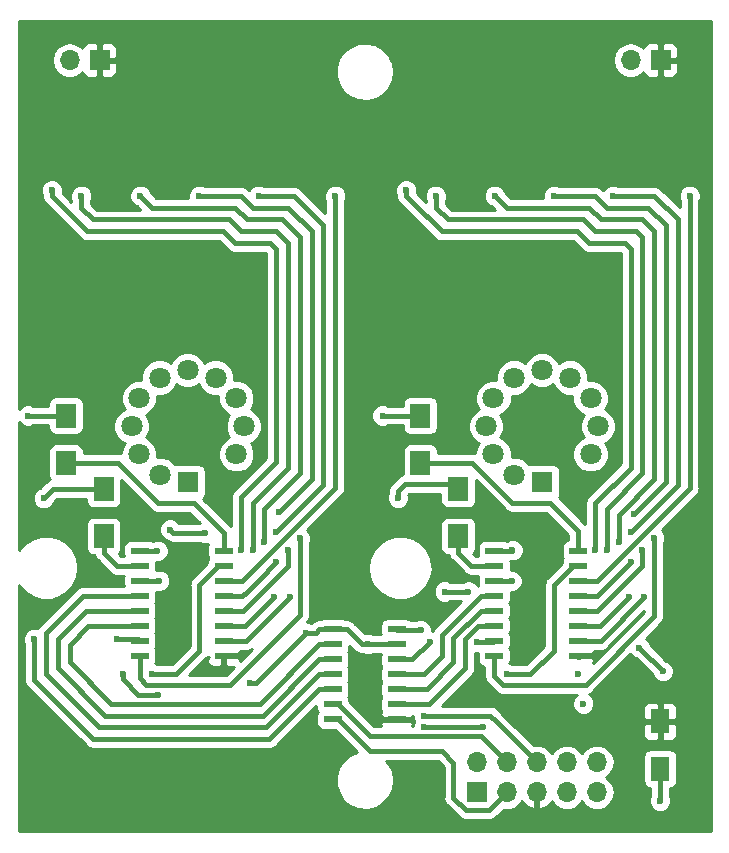
<source format=gbl>
G04 #@! TF.GenerationSoftware,KiCad,Pcbnew,(5.0.0-rc2-dev-756-g45dad4ded)*
G04 #@! TF.CreationDate,2018-06-12T00:49:01-07:00*
G04 #@! TF.ProjectId,Mod-IN2-Nix-Dis,4D6F642D494E322D4E69782D4469732E,rev?*
G04 #@! TF.SameCoordinates,Original*
G04 #@! TF.FileFunction,Copper,L2,Bot,Signal*
G04 #@! TF.FilePolarity,Positive*
%FSLAX46Y46*%
G04 Gerber Fmt 4.6, Leading zero omitted, Abs format (unit mm)*
G04 Created by KiCad (PCBNEW (5.0.0-rc2-dev-756-g45dad4ded)) date 06/12/18 00:49:01*
%MOMM*%
%LPD*%
G01*
G04 APERTURE LIST*
G04 #@! TA.AperFunction,SMDPad,CuDef*
%ADD10R,1.600000X2.000000*%
G04 #@! TD*
G04 #@! TA.AperFunction,ComponentPad*
%ADD11R,1.700000X1.700000*%
G04 #@! TD*
G04 #@! TA.AperFunction,ComponentPad*
%ADD12O,1.700000X1.700000*%
G04 #@! TD*
G04 #@! TA.AperFunction,SMDPad,CuDef*
%ADD13R,1.700000X2.000000*%
G04 #@! TD*
G04 #@! TA.AperFunction,SMDPad,CuDef*
%ADD14R,1.500000X0.600000*%
G04 #@! TD*
G04 #@! TA.AperFunction,ComponentPad*
%ADD15C,1.800000*%
G04 #@! TD*
G04 #@! TA.AperFunction,ComponentPad*
%ADD16R,1.800000X1.800000*%
G04 #@! TD*
G04 #@! TA.AperFunction,ViaPad*
%ADD17C,0.600000*%
G04 #@! TD*
G04 #@! TA.AperFunction,Conductor*
%ADD18C,0.400000*%
G04 #@! TD*
G04 #@! TA.AperFunction,Conductor*
%ADD19C,0.254000*%
G04 #@! TD*
G04 APERTURE END LIST*
D10*
G04 #@! TO.P,C1,1*
G04 #@! TO.N,+5V*
X180000000Y-120000000D03*
G04 #@! TO.P,C1,2*
G04 #@! TO.N,GND*
X180000000Y-116000000D03*
G04 #@! TD*
D11*
G04 #@! TO.P,J1,1*
G04 #@! TO.N,+5V*
X164480000Y-122000000D03*
D12*
G04 #@! TO.P,J1,2*
G04 #@! TO.N,DATA*
X164480000Y-119460000D03*
G04 #@! TO.P,J1,3*
G04 #@! TO.N,CLK*
X167020000Y-122000000D03*
G04 #@! TO.P,J1,4*
G04 #@! TO.N,~CLR*
X167020000Y-119460000D03*
G04 #@! TO.P,J1,5*
G04 #@! TO.N,GND*
X169560000Y-122000000D03*
G04 #@! TO.P,J1,6*
G04 #@! TO.N,DIG_2_DEC*
X169560000Y-119460000D03*
G04 #@! TO.P,J1,7*
G04 #@! TO.N,Net-(J1-Pad7)*
X172100000Y-122000000D03*
G04 #@! TO.P,J1,8*
G04 #@! TO.N,DIG_1_DEC*
X172100000Y-119460000D03*
G04 #@! TO.P,J1,9*
G04 #@! TO.N,Net-(J1-Pad9)*
X174640000Y-122000000D03*
G04 #@! TO.P,J1,10*
G04 #@! TO.N,+170VDC*
X174640000Y-119460000D03*
G04 #@! TD*
D13*
G04 #@! TO.P,R15,1*
G04 #@! TO.N,Net-(Q13-Pad1)*
X159700000Y-90100000D03*
G04 #@! TO.P,R15,2*
G04 #@! TO.N,Net-(R15-Pad2)*
X159700000Y-94100000D03*
G04 #@! TD*
G04 #@! TO.P,R16,1*
G04 #@! TO.N,Net-(Q14-Pad1)*
X129700000Y-90100000D03*
G04 #@! TO.P,R16,2*
G04 #@! TO.N,Net-(R16-Pad2)*
X129700000Y-94100000D03*
G04 #@! TD*
G04 #@! TO.P,R19,1*
G04 #@! TO.N,Net-(Q15-Pad1)*
X162900000Y-96300000D03*
G04 #@! TO.P,R19,2*
G04 #@! TO.N,Net-(R19-Pad2)*
X162900000Y-100300000D03*
G04 #@! TD*
G04 #@! TO.P,R20,1*
G04 #@! TO.N,Net-(Q16-Pad1)*
X132900000Y-96300000D03*
G04 #@! TO.P,R20,2*
G04 #@! TO.N,Net-(R20-Pad2)*
X132900000Y-100300000D03*
G04 #@! TD*
D14*
G04 #@! TO.P,U1,1*
G04 #@! TO.N,DATA*
X157700000Y-108190000D03*
G04 #@! TO.P,U1,2*
G04 #@! TO.N,+5V*
X157700000Y-109460000D03*
G04 #@! TO.P,U1,3*
G04 #@! TO.N,Net-(U1-Pad3)*
X157700000Y-110730000D03*
G04 #@! TO.P,U1,4*
G04 #@! TO.N,Net-(U1-Pad4)*
X157700000Y-112000000D03*
G04 #@! TO.P,U1,5*
G04 #@! TO.N,Net-(U1-Pad5)*
X157700000Y-113270000D03*
G04 #@! TO.P,U1,6*
G04 #@! TO.N,Net-(U1-Pad6)*
X157700000Y-114540000D03*
G04 #@! TO.P,U1,7*
G04 #@! TO.N,GND*
X157700000Y-115810000D03*
G04 #@! TO.P,U1,8*
G04 #@! TO.N,CLK*
X152300000Y-115810000D03*
G04 #@! TO.P,U1,9*
G04 #@! TO.N,~CLR*
X152300000Y-114540000D03*
G04 #@! TO.P,U1,10*
G04 #@! TO.N,Net-(U1-Pad10)*
X152300000Y-113270000D03*
G04 #@! TO.P,U1,11*
G04 #@! TO.N,Net-(U1-Pad11)*
X152300000Y-112000000D03*
G04 #@! TO.P,U1,12*
G04 #@! TO.N,Net-(U1-Pad12)*
X152300000Y-110730000D03*
G04 #@! TO.P,U1,13*
G04 #@! TO.N,Net-(U1-Pad13)*
X152300000Y-109460000D03*
G04 #@! TO.P,U1,14*
G04 #@! TO.N,+5V*
X152300000Y-108190000D03*
G04 #@! TD*
G04 #@! TO.P,U2,1*
G04 #@! TO.N,Net-(R15-Pad2)*
X173050000Y-101555000D03*
G04 #@! TO.P,U2,2*
G04 #@! TO.N,Net-(R21-Pad2)*
X173050000Y-102825000D03*
G04 #@! TO.P,U2,3*
G04 #@! TO.N,Net-(R4-Pad2)*
X173050000Y-104095000D03*
G04 #@! TO.P,U2,4*
G04 #@! TO.N,Net-(R9-Pad2)*
X173050000Y-105365000D03*
G04 #@! TO.P,U2,5*
G04 #@! TO.N,Net-(R5-Pad2)*
X173050000Y-106635000D03*
G04 #@! TO.P,U2,6*
G04 #@! TO.N,Net-(R13-Pad2)*
X173050000Y-107905000D03*
G04 #@! TO.P,U2,7*
G04 #@! TO.N,Net-(R11-Pad2)*
X173050000Y-109175000D03*
G04 #@! TO.P,U2,8*
G04 #@! TO.N,GND*
X173050000Y-110445000D03*
G04 #@! TO.P,U2,9*
G04 #@! TO.N,Net-(R7-Pad2)*
X165950000Y-110445000D03*
G04 #@! TO.P,U2,10*
G04 #@! TO.N,Net-(U1-Pad3)*
X165950000Y-109175000D03*
G04 #@! TO.P,U2,11*
G04 #@! TO.N,Net-(U1-Pad6)*
X165950000Y-107905000D03*
G04 #@! TO.P,U2,12*
G04 #@! TO.N,Net-(U1-Pad5)*
X165950000Y-106635000D03*
G04 #@! TO.P,U2,13*
G04 #@! TO.N,Net-(U1-Pad4)*
X165950000Y-105365000D03*
G04 #@! TO.P,U2,14*
G04 #@! TO.N,Net-(R23-Pad2)*
X165950000Y-104095000D03*
G04 #@! TO.P,U2,15*
G04 #@! TO.N,Net-(R19-Pad2)*
X165950000Y-102825000D03*
G04 #@! TO.P,U2,16*
G04 #@! TO.N,+5V*
X165950000Y-101555000D03*
G04 #@! TD*
G04 #@! TO.P,U3,1*
G04 #@! TO.N,Net-(R16-Pad2)*
X143050000Y-101555000D03*
G04 #@! TO.P,U3,2*
G04 #@! TO.N,Net-(R22-Pad2)*
X143050000Y-102825000D03*
G04 #@! TO.P,U3,3*
G04 #@! TO.N,Net-(R3-Pad2)*
X143050000Y-104095000D03*
G04 #@! TO.P,U3,4*
G04 #@! TO.N,Net-(R10-Pad2)*
X143050000Y-105365000D03*
G04 #@! TO.P,U3,5*
G04 #@! TO.N,Net-(R6-Pad2)*
X143050000Y-106635000D03*
G04 #@! TO.P,U3,6*
G04 #@! TO.N,Net-(R14-Pad2)*
X143050000Y-107905000D03*
G04 #@! TO.P,U3,7*
G04 #@! TO.N,Net-(R12-Pad2)*
X143050000Y-109175000D03*
G04 #@! TO.P,U3,8*
G04 #@! TO.N,GND*
X143050000Y-110445000D03*
G04 #@! TO.P,U3,9*
G04 #@! TO.N,Net-(R8-Pad2)*
X135950000Y-110445000D03*
G04 #@! TO.P,U3,10*
G04 #@! TO.N,Net-(U1-Pad10)*
X135950000Y-109175000D03*
G04 #@! TO.P,U3,11*
G04 #@! TO.N,Net-(U1-Pad13)*
X135950000Y-107905000D03*
G04 #@! TO.P,U3,12*
G04 #@! TO.N,Net-(U1-Pad12)*
X135950000Y-106635000D03*
G04 #@! TO.P,U3,13*
G04 #@! TO.N,Net-(U1-Pad11)*
X135950000Y-105365000D03*
G04 #@! TO.P,U3,14*
G04 #@! TO.N,Net-(R24-Pad2)*
X135950000Y-104095000D03*
G04 #@! TO.P,U3,15*
G04 #@! TO.N,Net-(R20-Pad2)*
X135950000Y-102825000D03*
G04 #@! TO.P,U3,16*
G04 #@! TO.N,+5V*
X135950000Y-101555000D03*
G04 #@! TD*
D15*
G04 #@! TO.P,U5,7*
G04 #@! TO.N,Net-(Q8-Pad3)*
X140000000Y-86250000D03*
G04 #@! TO.P,U5,8*
G04 #@! TO.N,Net-(Q6-Pad3)*
X142375000Y-86886000D03*
G04 #@! TO.P,U5,9*
G04 #@! TO.N,Net-(Q4-Pad3)*
X144114000Y-88625000D03*
G04 #@! TO.P,U5,10*
G04 #@! TO.N,Net-(Q1-Pad3)*
X144750000Y-91000000D03*
G04 #@! TO.P,U5,11*
G04 #@! TO.N,Net-(R18-Pad2)*
X144114000Y-93375000D03*
D16*
G04 #@! TO.P,U5,1*
G04 #@! TO.N,Net-(Q20-Pad3)*
X140000000Y-95750000D03*
D15*
G04 #@! TO.P,U5,2*
G04 #@! TO.N,Net-(Q18-Pad3)*
X137625000Y-95114000D03*
G04 #@! TO.P,U5,3*
G04 #@! TO.N,Net-(Q16-Pad3)*
X135886000Y-93375000D03*
G04 #@! TO.P,U5,4*
G04 #@! TO.N,Net-(Q14-Pad3)*
X135250000Y-91000000D03*
G04 #@! TO.P,U5,5*
G04 #@! TO.N,Net-(Q12-Pad3)*
X135886000Y-88625000D03*
G04 #@! TO.P,U5,6*
G04 #@! TO.N,Net-(Q10-Pad3)*
X137625000Y-86886000D03*
G04 #@! TD*
G04 #@! TO.P,U4,7*
G04 #@! TO.N,Net-(Q7-Pad3)*
X170000000Y-86250000D03*
G04 #@! TO.P,U4,8*
G04 #@! TO.N,Net-(Q5-Pad3)*
X172375000Y-86886000D03*
G04 #@! TO.P,U4,9*
G04 #@! TO.N,Net-(Q3-Pad3)*
X174114000Y-88625000D03*
G04 #@! TO.P,U4,10*
G04 #@! TO.N,Net-(Q2-Pad3)*
X174750000Y-91000000D03*
G04 #@! TO.P,U4,11*
G04 #@! TO.N,Net-(R17-Pad2)*
X174114000Y-93375000D03*
D16*
G04 #@! TO.P,U4,1*
G04 #@! TO.N,Net-(Q19-Pad3)*
X170000000Y-95750000D03*
D15*
G04 #@! TO.P,U4,2*
G04 #@! TO.N,Net-(Q17-Pad3)*
X167625000Y-95114000D03*
G04 #@! TO.P,U4,3*
G04 #@! TO.N,Net-(Q15-Pad3)*
X165886000Y-93375000D03*
G04 #@! TO.P,U4,4*
G04 #@! TO.N,Net-(Q13-Pad3)*
X165250000Y-91000000D03*
G04 #@! TO.P,U4,5*
G04 #@! TO.N,Net-(Q11-Pad3)*
X165886000Y-88625000D03*
G04 #@! TO.P,U4,6*
G04 #@! TO.N,Net-(Q9-Pad3)*
X167625000Y-86886000D03*
G04 #@! TD*
D11*
G04 #@! TO.P,D1,1*
G04 #@! TO.N,GND*
X132540000Y-60000000D03*
D12*
G04 #@! TO.P,D1,2*
G04 #@! TO.N,Net-(D1-Pad2)*
X130000000Y-60000000D03*
G04 #@! TD*
D11*
G04 #@! TO.P,D2,1*
G04 #@! TO.N,GND*
X180040000Y-60000000D03*
D12*
G04 #@! TO.P,D2,2*
G04 #@! TO.N,Net-(D2-Pad2)*
X177500000Y-60000000D03*
G04 #@! TD*
D17*
G04 #@! TO.N,*
X137500000Y-113750000D03*
X134500000Y-112000000D03*
X173500000Y-114500000D03*
X173050000Y-112000000D03*
G04 #@! TO.N,+5V*
X145250000Y-112750000D03*
X141450001Y-100049999D03*
X138500000Y-99750000D03*
X163750000Y-105000000D03*
X161750000Y-105000000D03*
X155250000Y-109460000D03*
X167500000Y-101500000D03*
X178250000Y-109750000D03*
X180250000Y-111750000D03*
X180000000Y-122750000D03*
X137445000Y-101555000D03*
X150000000Y-108500000D03*
G04 #@! TO.N,GND*
X176500000Y-112500000D03*
X174445000Y-110445000D03*
X176500000Y-89500000D03*
X175000000Y-85500000D03*
X146500000Y-89500000D03*
X146000000Y-84500000D03*
X145077276Y-80126924D03*
X139050000Y-79000000D03*
X152000000Y-118500000D03*
X155000000Y-114500000D03*
X142000000Y-112000000D03*
X142000000Y-119500000D03*
X133500000Y-104000000D03*
X130076924Y-97922724D03*
X128000000Y-91950000D03*
X129226924Y-85622724D03*
X133177276Y-81076924D03*
X170950000Y-103000000D03*
X163500000Y-104000000D03*
X160076924Y-97822724D03*
X175077276Y-80126924D03*
X169050000Y-79000000D03*
X163177276Y-81076924D03*
X158000000Y-91950000D03*
X159126924Y-85822724D03*
G04 #@! TO.N,DATA*
X159750000Y-108250000D03*
G04 #@! TO.N,DIG_2_DEC*
X160000000Y-115500000D03*
G04 #@! TO.N,DIG_1_DEC*
X165000000Y-116500000D03*
X160000000Y-116500000D03*
G04 #@! TO.N,Net-(Q13-Pad1)*
X156500000Y-90100000D03*
G04 #@! TO.N,Net-(Q14-Pad1)*
X126500000Y-90100000D03*
G04 #@! TO.N,Net-(Q15-Pad1)*
X157800000Y-97100000D03*
G04 #@! TO.N,Net-(Q16-Pad1)*
X127800000Y-97100000D03*
G04 #@! TO.N,Net-(R3-Pad2)*
X152500000Y-71500000D03*
G04 #@! TO.N,Net-(R4-Pad2)*
X182500000Y-71500000D03*
G04 #@! TO.N,Net-(R5-Pad2)*
X176000000Y-71500000D03*
X177500000Y-100000000D03*
X178500000Y-101500000D03*
G04 #@! TO.N,Net-(R6-Pad2)*
X148500000Y-101500000D03*
X147500000Y-100000000D03*
X146000000Y-71500000D03*
G04 #@! TO.N,Net-(R7-Pad2)*
X171000000Y-71500000D03*
X177824264Y-98400000D03*
X179500000Y-100500000D03*
G04 #@! TO.N,Net-(R8-Pad2)*
X149500000Y-100500000D03*
X147750000Y-98250000D03*
X141000000Y-71500000D03*
G04 #@! TO.N,Net-(R9-Pad2)*
X166000000Y-71500000D03*
X176500000Y-100800000D03*
X177500000Y-102500000D03*
G04 #@! TO.N,Net-(R10-Pad2)*
X146500000Y-100800000D03*
X147500000Y-102500000D03*
X136000000Y-71500000D03*
G04 #@! TO.N,Net-(R11-Pad2)*
X161000000Y-71500000D03*
X175500000Y-101500000D03*
X178650000Y-105500000D03*
G04 #@! TO.N,Net-(R12-Pad2)*
X148650000Y-105500000D03*
X145500000Y-101500000D03*
X131000000Y-71500000D03*
G04 #@! TO.N,Net-(R13-Pad2)*
X158500000Y-71000000D03*
X174500000Y-101500000D03*
X177348542Y-105500000D03*
G04 #@! TO.N,Net-(R14-Pad2)*
X144500000Y-101500000D03*
X147300000Y-105500000D03*
X128500000Y-71000000D03*
G04 #@! TO.N,Net-(R21-Pad2)*
X167000000Y-112000000D03*
G04 #@! TO.N,Net-(R22-Pad2)*
X137000000Y-112000000D03*
G04 #@! TO.N,Net-(R23-Pad2)*
X167450000Y-104100000D03*
G04 #@! TO.N,Net-(R24-Pad2)*
X137595000Y-104095000D03*
G04 #@! TO.N,Net-(U1-Pad3)*
X164500000Y-109250000D03*
X160500000Y-109250000D03*
G04 #@! TO.N,Net-(U1-Pad10)*
X134000000Y-109000000D03*
X127000000Y-109000000D03*
G04 #@! TD*
D18*
G04 #@! TO.N,*
X135825736Y-113750000D02*
X137500000Y-113750000D01*
X134500000Y-112000000D02*
X134500000Y-112424264D01*
X134500000Y-112424264D02*
X135825736Y-113750000D01*
G04 #@! TO.N,+5V*
X145250000Y-112750000D02*
X145750000Y-112750000D01*
X145750000Y-112750000D02*
X150000000Y-108500000D01*
X138500000Y-99750000D02*
X138799999Y-100049999D01*
X138799999Y-100049999D02*
X141450001Y-100049999D01*
X161750000Y-105000000D02*
X163750000Y-105000000D01*
X155250000Y-109460000D02*
X157700000Y-109460000D01*
X154720000Y-109460000D02*
X155250000Y-109460000D01*
X165950000Y-101555000D02*
X167445000Y-101555000D01*
X167445000Y-101555000D02*
X167500000Y-101500000D01*
X180250000Y-111750000D02*
X178250000Y-109750000D01*
X180000000Y-120000000D02*
X180000000Y-122750000D01*
X135950000Y-101555000D02*
X137445000Y-101555000D01*
X150840000Y-108500000D02*
X150000000Y-108500000D01*
X152300000Y-108190000D02*
X151150000Y-108190000D01*
X151150000Y-108190000D02*
X150840000Y-108500000D01*
X152300000Y-108190000D02*
X153450000Y-108190000D01*
X153450000Y-108190000D02*
X154720000Y-109460000D01*
G04 #@! TO.N,GND*
X173050000Y-110445000D02*
X174445000Y-110445000D01*
X155240000Y-114500000D02*
X155000000Y-114500000D01*
X157700000Y-115810000D02*
X156550000Y-115810000D01*
X156550000Y-115810000D02*
X155240000Y-114500000D01*
G04 #@! TO.N,DATA*
X159750000Y-108250000D02*
X157760000Y-108250000D01*
X157760000Y-108250000D02*
X157700000Y-108190000D01*
G04 #@! TO.N,CLK*
X152300000Y-115810000D02*
X152750000Y-115810000D01*
X152750000Y-115810000D02*
X155440000Y-118500000D01*
X155440000Y-118500000D02*
X161500000Y-118500000D01*
X161500000Y-118500000D02*
X162500000Y-119500000D01*
X162500000Y-119500000D02*
X162500000Y-122440002D01*
X162500000Y-122440002D02*
X163559998Y-123500000D01*
X163559998Y-123500000D02*
X165520000Y-123500000D01*
X165520000Y-123500000D02*
X167020000Y-122000000D01*
G04 #@! TO.N,~CLR*
X155460000Y-117250000D02*
X164810000Y-117250000D01*
X167020000Y-119460000D02*
X164810000Y-117250000D01*
X152300000Y-114540000D02*
X152750000Y-114540000D01*
X152750000Y-114540000D02*
X155460000Y-117250000D01*
G04 #@! TO.N,DIG_2_DEC*
X160000000Y-115500000D02*
X165600000Y-115500000D01*
X165600000Y-115500000D02*
X166100000Y-116000000D01*
X166100000Y-116000000D02*
X169560000Y-119460000D01*
G04 #@! TO.N,DIG_1_DEC*
X160000000Y-116500000D02*
X165000000Y-116500000D01*
G04 #@! TO.N,Net-(Q13-Pad1)*
X156500000Y-90100000D02*
X159700000Y-90100000D01*
G04 #@! TO.N,Net-(Q14-Pad1)*
X126500000Y-90100000D02*
X129700000Y-90100000D01*
G04 #@! TO.N,Net-(Q15-Pad1)*
X157800000Y-97100000D02*
X157800000Y-96500000D01*
X157800000Y-96500000D02*
X158400000Y-95900000D01*
X158400000Y-95900000D02*
X162500000Y-95900000D01*
X162500000Y-95900000D02*
X162900000Y-96300000D01*
G04 #@! TO.N,Net-(Q16-Pad1)*
X132900000Y-96300000D02*
X128600000Y-96300000D01*
X128600000Y-96300000D02*
X127800000Y-97100000D01*
G04 #@! TO.N,Net-(R3-Pad2)*
X144905000Y-103795000D02*
X144600000Y-104100000D01*
X143050000Y-104095000D02*
X144595000Y-104095000D01*
X144595000Y-104095000D02*
X144600000Y-104100000D01*
X152500000Y-71500000D02*
X152500000Y-96200000D01*
X152500000Y-96200000D02*
X144905000Y-103795000D01*
G04 #@! TO.N,Net-(R4-Pad2)*
X173050000Y-104095000D02*
X174655000Y-104095000D01*
X182500000Y-96250000D02*
X182500000Y-72250000D01*
X174655000Y-104095000D02*
X182500000Y-96250000D01*
X182500000Y-72250000D02*
X182500000Y-71500000D01*
G04 #@! TO.N,Net-(R5-Pad2)*
X173050000Y-106635000D02*
X174665000Y-106635000D01*
X176700001Y-71500000D02*
X176000000Y-71500000D01*
X179500000Y-71500000D02*
X176700001Y-71500000D01*
X181500000Y-73500000D02*
X179500000Y-71500000D01*
X181500000Y-95000000D02*
X181500000Y-73500000D01*
X181500000Y-96000000D02*
X181500000Y-95000000D01*
X177500000Y-100000000D02*
X181500000Y-96000000D01*
X178500000Y-102800000D02*
X178500000Y-101500000D01*
X174665000Y-106635000D02*
X178500000Y-102800000D01*
G04 #@! TO.N,Net-(R6-Pad2)*
X147500000Y-100000000D02*
X151500000Y-96000000D01*
X151500000Y-96000000D02*
X151500000Y-74000000D01*
X151500000Y-74000000D02*
X149000000Y-71500000D01*
X149000000Y-71500000D02*
X146000000Y-71500000D01*
X143050000Y-106635000D02*
X144665000Y-106635000D01*
X144665000Y-106635000D02*
X148500000Y-102800000D01*
X148500000Y-102800000D02*
X148500000Y-101500000D01*
G04 #@! TO.N,Net-(R7-Pad2)*
X165950000Y-110445000D02*
X165950000Y-112150000D01*
X165950000Y-112150000D02*
X166700000Y-112900000D01*
X166700000Y-112900000D02*
X173700000Y-112900000D01*
X173700000Y-112900000D02*
X179500000Y-107100000D01*
X179500000Y-107100000D02*
X179500000Y-100500000D01*
X171700001Y-71500000D02*
X171000000Y-71500000D01*
X174500000Y-71500000D02*
X171700001Y-71500000D01*
X175500000Y-72500000D02*
X174500000Y-71500000D01*
X179000000Y-72500000D02*
X175500000Y-72500000D01*
X180500000Y-74000000D02*
X179000000Y-72500000D01*
X180500000Y-74500000D02*
X180500000Y-74000000D01*
X180500000Y-92500000D02*
X180500000Y-74500000D01*
X177824264Y-98400000D02*
X180500000Y-95724264D01*
X180500000Y-92500000D02*
X180500000Y-95724264D01*
G04 #@! TO.N,Net-(R8-Pad2)*
X143600010Y-112899990D02*
X149500000Y-107000000D01*
X149500000Y-103500000D02*
X149500000Y-107000000D01*
X147750000Y-98250000D02*
X148049999Y-97950001D01*
X148049999Y-97950001D02*
X150500000Y-95500000D01*
X149500000Y-100500000D02*
X149500000Y-103500000D01*
X136500000Y-112899990D02*
X143600010Y-112899990D01*
X135950000Y-110445000D02*
X135950000Y-112349990D01*
X135950000Y-112349990D02*
X136500000Y-112899990D01*
X150500000Y-95500000D02*
X150500000Y-74500000D01*
X150500000Y-74500000D02*
X148500000Y-72500000D01*
X148500000Y-72500000D02*
X145500000Y-72500000D01*
X145500000Y-72500000D02*
X144500000Y-71500000D01*
X144500000Y-71500000D02*
X141000000Y-71500000D01*
G04 #@! TO.N,Net-(R9-Pad2)*
X173050000Y-105365000D02*
X174650000Y-105365000D01*
X166000000Y-71500000D02*
X167000000Y-72500000D01*
X167000000Y-72500000D02*
X174000000Y-72500000D01*
X176500000Y-98500000D02*
X176500000Y-100800000D01*
X174000000Y-72500000D02*
X175000000Y-73500000D01*
X178500000Y-73500000D02*
X179500000Y-74500000D01*
X179500000Y-74500000D02*
X179500000Y-95500000D01*
X175000000Y-73500000D02*
X178500000Y-73500000D01*
X179500000Y-95500000D02*
X176500000Y-98500000D01*
X177515000Y-102500000D02*
X177500000Y-102500000D01*
X174650000Y-105365000D02*
X177515000Y-102500000D01*
G04 #@! TO.N,Net-(R10-Pad2)*
X149500000Y-95000000D02*
X146500000Y-98000000D01*
X146500000Y-100800000D02*
X146500000Y-98000000D01*
X146000000Y-104000000D02*
X147500000Y-102500000D01*
X145000000Y-105000000D02*
X146000000Y-104000000D01*
X144635000Y-105365000D02*
X145000000Y-105000000D01*
X143050000Y-105365000D02*
X144635000Y-105365000D01*
X149500000Y-91000000D02*
X149500000Y-95000000D01*
X136000000Y-71500000D02*
X137000000Y-72500000D01*
X137000000Y-72500000D02*
X144000000Y-72500000D01*
X145000000Y-73500000D02*
X148000000Y-73500000D01*
X144000000Y-72500000D02*
X145000000Y-73500000D01*
X148000000Y-73500000D02*
X149500000Y-75000000D01*
X149500000Y-75000000D02*
X149500000Y-91000000D01*
G04 #@! TO.N,Net-(R11-Pad2)*
X173050000Y-109175000D02*
X174975000Y-109175000D01*
X161000000Y-71500000D02*
X161000000Y-72500000D01*
X174500000Y-74500000D02*
X178000000Y-74500000D01*
X178500000Y-75000000D02*
X178500000Y-95000000D01*
X161000000Y-72500000D02*
X162000000Y-73500000D01*
X178000000Y-74500000D02*
X178500000Y-75000000D01*
X162000000Y-73500000D02*
X173500000Y-73500000D01*
X173500000Y-73500000D02*
X174500000Y-74500000D01*
X178500000Y-95000000D02*
X175500000Y-98000000D01*
X175500000Y-98000000D02*
X175500000Y-101500000D01*
X174975000Y-109175000D02*
X178650000Y-105500000D01*
G04 #@! TO.N,Net-(R12-Pad2)*
X143050000Y-109175000D02*
X144975000Y-109175000D01*
X144975000Y-109175000D02*
X148650000Y-105500000D01*
X145500000Y-101000000D02*
X145500000Y-101500000D01*
X148500000Y-94500000D02*
X145500000Y-97500000D01*
X145500000Y-97500000D02*
X145500000Y-101000000D01*
X148500000Y-90500000D02*
X148500000Y-94500000D01*
X148500000Y-75500000D02*
X148500000Y-78500000D01*
X147500000Y-74500000D02*
X148500000Y-75500000D01*
X144500000Y-74500000D02*
X147500000Y-74500000D01*
X143500000Y-73500000D02*
X144500000Y-74500000D01*
X148500000Y-78500000D02*
X148500000Y-90500000D01*
X132000000Y-73500000D02*
X143500000Y-73500000D01*
X131000000Y-72500000D02*
X132000000Y-73500000D01*
X131000000Y-71500000D02*
X131000000Y-72500000D01*
G04 #@! TO.N,Net-(R13-Pad2)*
X173050000Y-107905000D02*
X174943542Y-107905000D01*
X158500000Y-71500000D02*
X158500000Y-71000000D01*
X159000000Y-72000000D02*
X158500000Y-71500000D01*
X161500000Y-74500000D02*
X159000000Y-72000000D01*
X162100009Y-74500000D02*
X161500000Y-74500000D01*
X173000000Y-74500000D02*
X162100009Y-74500000D01*
X174000000Y-75500000D02*
X173000000Y-74500000D01*
X174600009Y-75500000D02*
X174000000Y-75500000D01*
X177000000Y-75500000D02*
X174600009Y-75500000D01*
X177500000Y-76000000D02*
X177000000Y-75500000D01*
X177500000Y-76500000D02*
X177500000Y-76000000D01*
X177500000Y-77000000D02*
X177500000Y-76500000D01*
X177500000Y-78500000D02*
X177500000Y-77000000D01*
X177500000Y-94500000D02*
X177500000Y-78500000D01*
X174500000Y-97500000D02*
X177500000Y-94500000D01*
X174500000Y-101500000D02*
X174500000Y-97500000D01*
X174943542Y-107905000D02*
X177348542Y-105500000D01*
G04 #@! TO.N,Net-(R14-Pad2)*
X128500000Y-71000000D02*
X128500000Y-71500000D01*
X128500000Y-71500000D02*
X131500000Y-74500000D01*
X147000000Y-75500000D02*
X147500000Y-76000000D01*
X131500000Y-74500000D02*
X143000000Y-74500000D01*
X143000000Y-74500000D02*
X144000000Y-75500000D01*
X144000000Y-75500000D02*
X147000000Y-75500000D01*
X147500000Y-76000000D02*
X147500000Y-94000000D01*
X147500000Y-94000000D02*
X144500000Y-97000000D01*
X144500000Y-97000000D02*
X144500000Y-100000000D01*
X144500000Y-100000000D02*
X144500000Y-101500000D01*
X144895000Y-107905000D02*
X143050000Y-107905000D01*
X144895000Y-107905000D02*
X147300000Y-105500000D01*
G04 #@! TO.N,Net-(R15-Pad2)*
X173000000Y-99800000D02*
X170700000Y-97500000D01*
X173050000Y-101555000D02*
X173050000Y-99850000D01*
X173050000Y-99850000D02*
X173000000Y-99800000D01*
X167500000Y-97500000D02*
X170700000Y-97500000D01*
X164100000Y-94100000D02*
X167500000Y-97500000D01*
X159700000Y-94100000D02*
X164100000Y-94100000D01*
G04 #@! TO.N,Net-(R16-Pad2)*
X140500000Y-97500000D02*
X137500000Y-97500000D01*
X129700000Y-94100000D02*
X134100000Y-94100000D01*
X134100000Y-94100000D02*
X137500000Y-97500000D01*
X143050000Y-100050000D02*
X140500000Y-97500000D01*
X143050000Y-101555000D02*
X143050000Y-100050000D01*
G04 #@! TO.N,Net-(R19-Pad2)*
X165950000Y-102825000D02*
X164025000Y-102825000D01*
X162900000Y-100300000D02*
X162900000Y-101700000D01*
X162900000Y-101700000D02*
X164025000Y-102825000D01*
G04 #@! TO.N,Net-(R20-Pad2)*
X132900000Y-100300000D02*
X132900000Y-101700000D01*
X132900000Y-101700000D02*
X134025000Y-102825000D01*
X134025000Y-102825000D02*
X134800000Y-102825000D01*
X134800000Y-102825000D02*
X135950000Y-102825000D01*
G04 #@! TO.N,Net-(R21-Pad2)*
X167000000Y-112000000D02*
X169000000Y-112000000D01*
X169000000Y-112000000D02*
X171000000Y-110000000D01*
X171000000Y-110000000D02*
X171000000Y-104425000D01*
X171000000Y-104425000D02*
X172600000Y-102825000D01*
X172600000Y-102825000D02*
X173050000Y-102825000D01*
G04 #@! TO.N,Net-(R22-Pad2)*
X141000000Y-110000000D02*
X139000000Y-112000000D01*
X139000000Y-112000000D02*
X137000000Y-112000000D01*
X141000000Y-104425000D02*
X141000000Y-110000000D01*
X143050000Y-102825000D02*
X142600000Y-102825000D01*
X142600000Y-102825000D02*
X141000000Y-104425000D01*
G04 #@! TO.N,Net-(R23-Pad2)*
X167450000Y-104100000D02*
X165955000Y-104100000D01*
X165955000Y-104100000D02*
X165950000Y-104095000D01*
G04 #@! TO.N,Net-(R24-Pad2)*
X135950000Y-104095000D02*
X137595000Y-104095000D01*
G04 #@! TO.N,Net-(U1-Pad3)*
X157700000Y-110730000D02*
X159020000Y-110730000D01*
X159020000Y-110730000D02*
X160500000Y-109250000D01*
X164500000Y-109250000D02*
X165875000Y-109250000D01*
X165875000Y-109250000D02*
X165950000Y-109175000D01*
G04 #@! TO.N,Net-(U1-Pad4)*
X161500000Y-110500000D02*
X161500000Y-108665000D01*
X161500000Y-108665000D02*
X164800000Y-105365000D01*
X164800000Y-105365000D02*
X165950000Y-105365000D01*
X160000000Y-112000000D02*
X161500000Y-110500000D01*
X157700000Y-112000000D02*
X160000000Y-112000000D01*
G04 #@! TO.N,Net-(U1-Pad5)*
X162500000Y-111000000D02*
X162500000Y-108935000D01*
X162500000Y-108935000D02*
X164800000Y-106635000D01*
X164800000Y-106635000D02*
X165950000Y-106635000D01*
X160230000Y-113270000D02*
X162500000Y-111000000D01*
X157700000Y-113270000D02*
X160230000Y-113270000D01*
G04 #@! TO.N,Net-(U1-Pad6)*
X163500000Y-109000000D02*
X164595000Y-107905000D01*
X164595000Y-107905000D02*
X165950000Y-107905000D01*
X163500000Y-111500000D02*
X163500000Y-109000000D01*
X160460000Y-114540000D02*
X163500000Y-111500000D01*
X157700000Y-114540000D02*
X160460000Y-114540000D01*
G04 #@! TO.N,Net-(U1-Pad10)*
X134000000Y-109000000D02*
X135775000Y-109000000D01*
X135775000Y-109000000D02*
X135950000Y-109175000D01*
X127000000Y-112500000D02*
X127000000Y-109000000D01*
X132000000Y-117500000D02*
X127000000Y-112500000D01*
X146920000Y-117500000D02*
X132000000Y-117500000D01*
X152300000Y-113270000D02*
X151150000Y-113270000D01*
X151150000Y-113270000D02*
X146920000Y-117500000D01*
G04 #@! TO.N,Net-(U1-Pad11)*
X128000000Y-108500000D02*
X131135000Y-105365000D01*
X131135000Y-105365000D02*
X135950000Y-105365000D01*
X128000000Y-112000000D02*
X128000000Y-108500000D01*
X132500000Y-116500000D02*
X128000000Y-112000000D01*
X146650000Y-116500000D02*
X132500000Y-116500000D01*
X152300000Y-112000000D02*
X151150000Y-112000000D01*
X151150000Y-112000000D02*
X146650000Y-116500000D01*
X152300000Y-112000000D02*
X151850000Y-112000000D01*
G04 #@! TO.N,Net-(U1-Pad12)*
X129000000Y-109000000D02*
X131365000Y-106635000D01*
X131365000Y-106635000D02*
X135950000Y-106635000D01*
X129000000Y-111500000D02*
X129000000Y-109000000D01*
X133000000Y-115500000D02*
X129000000Y-111500000D01*
X146380000Y-115500000D02*
X133000000Y-115500000D01*
X152300000Y-110730000D02*
X151150000Y-110730000D01*
X151150000Y-110730000D02*
X146380000Y-115500000D01*
G04 #@! TO.N,Net-(U1-Pad13)*
X152300000Y-109460000D02*
X151150000Y-109460000D01*
X133500000Y-114500000D02*
X130000000Y-111000000D01*
X151150000Y-109460000D02*
X146110000Y-114500000D01*
X146110000Y-114500000D02*
X133500000Y-114500000D01*
X130000000Y-111000000D02*
X130000000Y-109500000D01*
X130000000Y-109500000D02*
X131595000Y-107905000D01*
X131595000Y-107905000D02*
X135950000Y-107905000D01*
G04 #@! TD*
D19*
G04 #@! TO.N,GND*
G36*
X184290001Y-125290000D02*
X125710000Y-125290000D01*
X125710000Y-108814017D01*
X126065000Y-108814017D01*
X126065000Y-109185983D01*
X126165001Y-109427407D01*
X126165000Y-112417767D01*
X126148643Y-112500000D01*
X126165000Y-112582233D01*
X126165000Y-112582236D01*
X126213448Y-112825800D01*
X126397999Y-113102001D01*
X126467720Y-113148587D01*
X131351415Y-118032283D01*
X131397999Y-118102001D01*
X131674199Y-118286552D01*
X132000000Y-118351358D01*
X132082237Y-118335000D01*
X146837767Y-118335000D01*
X146920000Y-118351357D01*
X147002233Y-118335000D01*
X147002237Y-118335000D01*
X147245801Y-118286552D01*
X147522001Y-118102001D01*
X147568587Y-118032280D01*
X150902560Y-114698309D01*
X150902560Y-114840000D01*
X150951843Y-115087765D01*
X151010132Y-115175000D01*
X150951843Y-115262235D01*
X150902560Y-115510000D01*
X150902560Y-116110000D01*
X150951843Y-116357765D01*
X151092191Y-116567809D01*
X151302235Y-116708157D01*
X151550000Y-116757440D01*
X152516573Y-116757440D01*
X154368814Y-118609683D01*
X153737577Y-118865360D01*
X153165715Y-119330929D01*
X152756029Y-119944067D01*
X152544741Y-120650565D01*
X152550533Y-121387957D01*
X152772892Y-122091049D01*
X153192158Y-122697677D01*
X153771263Y-123154206D01*
X154459005Y-123420274D01*
X155194579Y-123472355D01*
X155912949Y-123305846D01*
X156550602Y-122935467D01*
X157051160Y-122393967D01*
X157370367Y-121729220D01*
X157480000Y-121000000D01*
X157479694Y-120961046D01*
X157358620Y-120233638D01*
X157029011Y-119573987D01*
X156801028Y-119335000D01*
X161154133Y-119335000D01*
X161665000Y-119845868D01*
X161665001Y-122357764D01*
X161648643Y-122440002D01*
X161713448Y-122765802D01*
X161790660Y-122881358D01*
X161898000Y-123042003D01*
X161967718Y-123088587D01*
X162911413Y-124032282D01*
X162957997Y-124102001D01*
X163234197Y-124286552D01*
X163477761Y-124335000D01*
X163559998Y-124351358D01*
X163642235Y-124335000D01*
X165437767Y-124335000D01*
X165520000Y-124351357D01*
X165602233Y-124335000D01*
X165602237Y-124335000D01*
X165845801Y-124286552D01*
X166122001Y-124102001D01*
X166168587Y-124032280D01*
X166742061Y-123458807D01*
X166873744Y-123485000D01*
X167166256Y-123485000D01*
X167599418Y-123398839D01*
X168090625Y-123070625D01*
X168303843Y-122751522D01*
X168364817Y-122881358D01*
X168793076Y-123271645D01*
X169203110Y-123441476D01*
X169433000Y-123320155D01*
X169433000Y-122127000D01*
X169413000Y-122127000D01*
X169413000Y-121873000D01*
X169433000Y-121873000D01*
X169433000Y-121853000D01*
X169687000Y-121853000D01*
X169687000Y-121873000D01*
X169707000Y-121873000D01*
X169707000Y-122127000D01*
X169687000Y-122127000D01*
X169687000Y-123320155D01*
X169916890Y-123441476D01*
X170326924Y-123271645D01*
X170755183Y-122881358D01*
X170816157Y-122751522D01*
X171029375Y-123070625D01*
X171520582Y-123398839D01*
X171953744Y-123485000D01*
X172246256Y-123485000D01*
X172679418Y-123398839D01*
X173170625Y-123070625D01*
X173370000Y-122772239D01*
X173569375Y-123070625D01*
X174060582Y-123398839D01*
X174493744Y-123485000D01*
X174786256Y-123485000D01*
X175219418Y-123398839D01*
X175710625Y-123070625D01*
X176038839Y-122579418D01*
X176154092Y-122000000D01*
X176038839Y-121420582D01*
X175710625Y-120929375D01*
X175412239Y-120730000D01*
X175710625Y-120530625D01*
X176038839Y-120039418D01*
X176154092Y-119460000D01*
X176062593Y-119000000D01*
X178552560Y-119000000D01*
X178552560Y-121000000D01*
X178601843Y-121247765D01*
X178742191Y-121457809D01*
X178952235Y-121598157D01*
X179165001Y-121640478D01*
X179165001Y-122322593D01*
X179065000Y-122564017D01*
X179065000Y-122935983D01*
X179207345Y-123279635D01*
X179470365Y-123542655D01*
X179814017Y-123685000D01*
X180185983Y-123685000D01*
X180529635Y-123542655D01*
X180792655Y-123279635D01*
X180935000Y-122935983D01*
X180935000Y-122564017D01*
X180835000Y-122322595D01*
X180835000Y-121640478D01*
X181047765Y-121598157D01*
X181257809Y-121457809D01*
X181398157Y-121247765D01*
X181447440Y-121000000D01*
X181447440Y-119000000D01*
X181398157Y-118752235D01*
X181257809Y-118542191D01*
X181047765Y-118401843D01*
X180800000Y-118352560D01*
X179200000Y-118352560D01*
X178952235Y-118401843D01*
X178742191Y-118542191D01*
X178601843Y-118752235D01*
X178552560Y-119000000D01*
X176062593Y-119000000D01*
X176038839Y-118880582D01*
X175710625Y-118389375D01*
X175219418Y-118061161D01*
X174786256Y-117975000D01*
X174493744Y-117975000D01*
X174060582Y-118061161D01*
X173569375Y-118389375D01*
X173370000Y-118687761D01*
X173170625Y-118389375D01*
X172679418Y-118061161D01*
X172246256Y-117975000D01*
X171953744Y-117975000D01*
X171520582Y-118061161D01*
X171029375Y-118389375D01*
X170830000Y-118687761D01*
X170630625Y-118389375D01*
X170139418Y-118061161D01*
X169706256Y-117975000D01*
X169413744Y-117975000D01*
X169282061Y-118001193D01*
X167566618Y-116285750D01*
X178565000Y-116285750D01*
X178565000Y-117126309D01*
X178661673Y-117359698D01*
X178840301Y-117538327D01*
X179073690Y-117635000D01*
X179714250Y-117635000D01*
X179873000Y-117476250D01*
X179873000Y-116127000D01*
X180127000Y-116127000D01*
X180127000Y-117476250D01*
X180285750Y-117635000D01*
X180926310Y-117635000D01*
X181159699Y-117538327D01*
X181338327Y-117359698D01*
X181435000Y-117126309D01*
X181435000Y-116285750D01*
X181276250Y-116127000D01*
X180127000Y-116127000D01*
X179873000Y-116127000D01*
X178723750Y-116127000D01*
X178565000Y-116285750D01*
X167566618Y-116285750D01*
X166632283Y-115351416D01*
X166248587Y-114967720D01*
X166202001Y-114897999D01*
X165925801Y-114713448D01*
X165682237Y-114665000D01*
X165682233Y-114665000D01*
X165600000Y-114648643D01*
X165517767Y-114665000D01*
X161515867Y-114665000D01*
X164032283Y-112148585D01*
X164102001Y-112102001D01*
X164286552Y-111825801D01*
X164335000Y-111582237D01*
X164335000Y-111582234D01*
X164351357Y-111500001D01*
X164335000Y-111417768D01*
X164335000Y-110185000D01*
X164552560Y-110185000D01*
X164552560Y-110745000D01*
X164601843Y-110992765D01*
X164742191Y-111202809D01*
X164952235Y-111343157D01*
X165115001Y-111375533D01*
X165115001Y-112067762D01*
X165098643Y-112150000D01*
X165163448Y-112475800D01*
X165208119Y-112542655D01*
X165348000Y-112752001D01*
X165417718Y-112798585D01*
X166051414Y-113432282D01*
X166097999Y-113502001D01*
X166374199Y-113686552D01*
X166617763Y-113735000D01*
X166617766Y-113735000D01*
X166699999Y-113751357D01*
X166782232Y-113735000D01*
X172942710Y-113735000D01*
X172707345Y-113970365D01*
X172565000Y-114314017D01*
X172565000Y-114685983D01*
X172707345Y-115029635D01*
X172970365Y-115292655D01*
X173314017Y-115435000D01*
X173685983Y-115435000D01*
X174029635Y-115292655D01*
X174292655Y-115029635D01*
X174357248Y-114873691D01*
X178565000Y-114873691D01*
X178565000Y-115714250D01*
X178723750Y-115873000D01*
X179873000Y-115873000D01*
X179873000Y-114523750D01*
X180127000Y-114523750D01*
X180127000Y-115873000D01*
X181276250Y-115873000D01*
X181435000Y-115714250D01*
X181435000Y-114873691D01*
X181338327Y-114640302D01*
X181159699Y-114461673D01*
X180926310Y-114365000D01*
X180285750Y-114365000D01*
X180127000Y-114523750D01*
X179873000Y-114523750D01*
X179714250Y-114365000D01*
X179073690Y-114365000D01*
X178840301Y-114461673D01*
X178661673Y-114640302D01*
X178565000Y-114873691D01*
X174357248Y-114873691D01*
X174435000Y-114685983D01*
X174435000Y-114314017D01*
X174292655Y-113970365D01*
X174029635Y-113707345D01*
X173994478Y-113692783D01*
X174025801Y-113686552D01*
X174302001Y-113502001D01*
X174348587Y-113432280D01*
X177479289Y-110301579D01*
X177720365Y-110542655D01*
X177961788Y-110642656D01*
X179357345Y-112038213D01*
X179457345Y-112279635D01*
X179720365Y-112542655D01*
X180064017Y-112685000D01*
X180435983Y-112685000D01*
X180779635Y-112542655D01*
X181042655Y-112279635D01*
X181185000Y-111935983D01*
X181185000Y-111564017D01*
X181042655Y-111220365D01*
X180779635Y-110957345D01*
X180538213Y-110857345D01*
X179142656Y-109461788D01*
X179042655Y-109220365D01*
X178801579Y-108979289D01*
X180032283Y-107748585D01*
X180102001Y-107702001D01*
X180286552Y-107425801D01*
X180335000Y-107182237D01*
X180335000Y-107182236D01*
X180351358Y-107100000D01*
X180335000Y-107017763D01*
X180335000Y-100927405D01*
X180435000Y-100685983D01*
X180435000Y-100314017D01*
X180292655Y-99970365D01*
X180126579Y-99804289D01*
X183032286Y-96898583D01*
X183102001Y-96852001D01*
X183181994Y-96732284D01*
X183286552Y-96575801D01*
X183315099Y-96432284D01*
X183335000Y-96332237D01*
X183335000Y-96332234D01*
X183351357Y-96250001D01*
X183335000Y-96167768D01*
X183335000Y-71927405D01*
X183435000Y-71685983D01*
X183435000Y-71314017D01*
X183292655Y-70970365D01*
X183029635Y-70707345D01*
X182685983Y-70565000D01*
X182314017Y-70565000D01*
X181970365Y-70707345D01*
X181707345Y-70970365D01*
X181565000Y-71314017D01*
X181565000Y-71685983D01*
X181665000Y-71927405D01*
X181665000Y-72332236D01*
X181665001Y-72332241D01*
X181665001Y-72484133D01*
X180148587Y-70967720D01*
X180102001Y-70897999D01*
X179825801Y-70713448D01*
X179582237Y-70665000D01*
X179582233Y-70665000D01*
X179500000Y-70648643D01*
X179417767Y-70665000D01*
X176427405Y-70665000D01*
X176185983Y-70565000D01*
X175814017Y-70565000D01*
X175470365Y-70707345D01*
X175207345Y-70970365D01*
X175190910Y-71010043D01*
X175148587Y-70967720D01*
X175102001Y-70897999D01*
X174825801Y-70713448D01*
X174582237Y-70665000D01*
X174582233Y-70665000D01*
X174500000Y-70648643D01*
X174417767Y-70665000D01*
X171427405Y-70665000D01*
X171185983Y-70565000D01*
X170814017Y-70565000D01*
X170470365Y-70707345D01*
X170207345Y-70970365D01*
X170065000Y-71314017D01*
X170065000Y-71665000D01*
X167345868Y-71665000D01*
X166892656Y-71211788D01*
X166792655Y-70970365D01*
X166529635Y-70707345D01*
X166185983Y-70565000D01*
X165814017Y-70565000D01*
X165470365Y-70707345D01*
X165207345Y-70970365D01*
X165065000Y-71314017D01*
X165065000Y-71685983D01*
X165207345Y-72029635D01*
X165470365Y-72292655D01*
X165711788Y-72392656D01*
X165984132Y-72665000D01*
X162345868Y-72665000D01*
X161835000Y-72154133D01*
X161835000Y-71927405D01*
X161935000Y-71685983D01*
X161935000Y-71314017D01*
X161792655Y-70970365D01*
X161529635Y-70707345D01*
X161185983Y-70565000D01*
X160814017Y-70565000D01*
X160470365Y-70707345D01*
X160207345Y-70970365D01*
X160065000Y-71314017D01*
X160065000Y-71685983D01*
X160165000Y-71927406D01*
X160165000Y-71984133D01*
X159415039Y-71234172D01*
X159435000Y-71185983D01*
X159435000Y-70814017D01*
X159292655Y-70470365D01*
X159029635Y-70207345D01*
X158685983Y-70065000D01*
X158314017Y-70065000D01*
X157970365Y-70207345D01*
X157707345Y-70470365D01*
X157565000Y-70814017D01*
X157565000Y-71185983D01*
X157663705Y-71424278D01*
X157648643Y-71500000D01*
X157665000Y-71582233D01*
X157665000Y-71582236D01*
X157713448Y-71825800D01*
X157897999Y-72102001D01*
X157967720Y-72148587D01*
X158351416Y-72532283D01*
X160851415Y-75032283D01*
X160897999Y-75102001D01*
X161174199Y-75286552D01*
X161500000Y-75351358D01*
X161582237Y-75335000D01*
X172654133Y-75335000D01*
X173351415Y-76032282D01*
X173397999Y-76102001D01*
X173674199Y-76286552D01*
X173917763Y-76335000D01*
X174000000Y-76351358D01*
X174082237Y-76335000D01*
X176654133Y-76335000D01*
X176665000Y-76345867D01*
X176665000Y-77082236D01*
X176665001Y-77082241D01*
X176665000Y-78582236D01*
X176665001Y-78582241D01*
X176665000Y-94154132D01*
X173967718Y-96851415D01*
X173898000Y-96897999D01*
X173851417Y-96967716D01*
X173851416Y-96967717D01*
X173713448Y-97174200D01*
X173648643Y-97500000D01*
X173665001Y-97582238D01*
X173665001Y-99267454D01*
X173652001Y-99247999D01*
X173582283Y-99201415D01*
X171410227Y-97029360D01*
X171498157Y-96897765D01*
X171547440Y-96650000D01*
X171547440Y-94850000D01*
X171498157Y-94602235D01*
X171357809Y-94392191D01*
X171147765Y-94251843D01*
X170900000Y-94202560D01*
X169100000Y-94202560D01*
X168920151Y-94238334D01*
X168494507Y-93812690D01*
X167930330Y-93579000D01*
X167421000Y-93579000D01*
X167421000Y-93069670D01*
X167187310Y-92505493D01*
X166755507Y-92073690D01*
X166466739Y-91954078D01*
X166551310Y-91869507D01*
X166785000Y-91305330D01*
X166785000Y-90694670D01*
X166551310Y-90130493D01*
X166466739Y-90045922D01*
X166755507Y-89926310D01*
X167187310Y-89494507D01*
X167421000Y-88930330D01*
X167421000Y-88421000D01*
X167930330Y-88421000D01*
X168494507Y-88187310D01*
X168926310Y-87755507D01*
X169045922Y-87466739D01*
X169130493Y-87551310D01*
X169694670Y-87785000D01*
X170305330Y-87785000D01*
X170869507Y-87551310D01*
X170954078Y-87466739D01*
X171073690Y-87755507D01*
X171505493Y-88187310D01*
X172069670Y-88421000D01*
X172579000Y-88421000D01*
X172579000Y-88930330D01*
X172812690Y-89494507D01*
X173244493Y-89926310D01*
X173533261Y-90045922D01*
X173448690Y-90130493D01*
X173215000Y-90694670D01*
X173215000Y-91305330D01*
X173448690Y-91869507D01*
X173533261Y-91954078D01*
X173244493Y-92073690D01*
X172812690Y-92505493D01*
X172579000Y-93069670D01*
X172579000Y-93680330D01*
X172812690Y-94244507D01*
X173244493Y-94676310D01*
X173808670Y-94910000D01*
X174419330Y-94910000D01*
X174983507Y-94676310D01*
X175415310Y-94244507D01*
X175649000Y-93680330D01*
X175649000Y-93069670D01*
X175415310Y-92505493D01*
X175330739Y-92420922D01*
X175619507Y-92301310D01*
X176051310Y-91869507D01*
X176285000Y-91305330D01*
X176285000Y-90694670D01*
X176051310Y-90130493D01*
X175619507Y-89698690D01*
X175330739Y-89579078D01*
X175415310Y-89494507D01*
X175649000Y-88930330D01*
X175649000Y-88319670D01*
X175415310Y-87755493D01*
X174983507Y-87323690D01*
X174419330Y-87090000D01*
X173910000Y-87090000D01*
X173910000Y-86580670D01*
X173676310Y-86016493D01*
X173244507Y-85584690D01*
X172680330Y-85351000D01*
X172069670Y-85351000D01*
X171505493Y-85584690D01*
X171420922Y-85669261D01*
X171301310Y-85380493D01*
X170869507Y-84948690D01*
X170305330Y-84715000D01*
X169694670Y-84715000D01*
X169130493Y-84948690D01*
X168698690Y-85380493D01*
X168579078Y-85669261D01*
X168494507Y-85584690D01*
X167930330Y-85351000D01*
X167319670Y-85351000D01*
X166755493Y-85584690D01*
X166323690Y-86016493D01*
X166090000Y-86580670D01*
X166090000Y-87090000D01*
X165580670Y-87090000D01*
X165016493Y-87323690D01*
X164584690Y-87755493D01*
X164351000Y-88319670D01*
X164351000Y-88930330D01*
X164584690Y-89494507D01*
X164669261Y-89579078D01*
X164380493Y-89698690D01*
X163948690Y-90130493D01*
X163715000Y-90694670D01*
X163715000Y-91305330D01*
X163948690Y-91869507D01*
X164380493Y-92301310D01*
X164669261Y-92420922D01*
X164584690Y-92505493D01*
X164351000Y-93069670D01*
X164351000Y-93298569D01*
X164182237Y-93265000D01*
X164182233Y-93265000D01*
X164100000Y-93248643D01*
X164017767Y-93265000D01*
X161197440Y-93265000D01*
X161197440Y-93100000D01*
X161148157Y-92852235D01*
X161007809Y-92642191D01*
X160797765Y-92501843D01*
X160550000Y-92452560D01*
X158850000Y-92452560D01*
X158602235Y-92501843D01*
X158392191Y-92642191D01*
X158251843Y-92852235D01*
X158202560Y-93100000D01*
X158202560Y-95087915D01*
X158074199Y-95113448D01*
X157797999Y-95297999D01*
X157751414Y-95367718D01*
X157267718Y-95851415D01*
X157198000Y-95897999D01*
X157013448Y-96174199D01*
X156965000Y-96417763D01*
X156965000Y-96417767D01*
X156948643Y-96500000D01*
X156965000Y-96582233D01*
X156965000Y-96672595D01*
X156865000Y-96914017D01*
X156865000Y-97285983D01*
X157007345Y-97629635D01*
X157270365Y-97892655D01*
X157614017Y-98035000D01*
X157985983Y-98035000D01*
X158329635Y-97892655D01*
X158592655Y-97629635D01*
X158735000Y-97285983D01*
X158735000Y-96914017D01*
X158685750Y-96795117D01*
X158745868Y-96735000D01*
X161402560Y-96735000D01*
X161402560Y-97300000D01*
X161451843Y-97547765D01*
X161592191Y-97757809D01*
X161802235Y-97898157D01*
X162050000Y-97947440D01*
X163750000Y-97947440D01*
X163997765Y-97898157D01*
X164207809Y-97757809D01*
X164348157Y-97547765D01*
X164397440Y-97300000D01*
X164397440Y-95578307D01*
X166851415Y-98032283D01*
X166897999Y-98102001D01*
X167174199Y-98286552D01*
X167417763Y-98335000D01*
X167417766Y-98335000D01*
X167499999Y-98351357D01*
X167582232Y-98335000D01*
X170354133Y-98335000D01*
X172215001Y-100195869D01*
X172215001Y-100624467D01*
X172052235Y-100656843D01*
X171842191Y-100797191D01*
X171701843Y-101007235D01*
X171652560Y-101255000D01*
X171652560Y-101855000D01*
X171701843Y-102102765D01*
X171760132Y-102190000D01*
X171701843Y-102277235D01*
X171652560Y-102525000D01*
X171652560Y-102591572D01*
X170467718Y-103776415D01*
X170398000Y-103822999D01*
X170351416Y-103892717D01*
X170213448Y-104099200D01*
X170148643Y-104425000D01*
X170165001Y-104507238D01*
X170165000Y-109654132D01*
X168654133Y-111165000D01*
X167427405Y-111165000D01*
X167236037Y-111085733D01*
X167298157Y-110992765D01*
X167347440Y-110745000D01*
X167347440Y-110145000D01*
X167298157Y-109897235D01*
X167239868Y-109810000D01*
X167298157Y-109722765D01*
X167347440Y-109475000D01*
X167347440Y-108875000D01*
X167298157Y-108627235D01*
X167239868Y-108540000D01*
X167298157Y-108452765D01*
X167347440Y-108205000D01*
X167347440Y-107605000D01*
X167298157Y-107357235D01*
X167239868Y-107270000D01*
X167298157Y-107182765D01*
X167347440Y-106935000D01*
X167347440Y-106335000D01*
X167298157Y-106087235D01*
X167239868Y-106000000D01*
X167298157Y-105912765D01*
X167347440Y-105665000D01*
X167347440Y-105065000D01*
X167341473Y-105035000D01*
X167635983Y-105035000D01*
X167979635Y-104892655D01*
X168242655Y-104629635D01*
X168385000Y-104285983D01*
X168385000Y-103914017D01*
X168242655Y-103570365D01*
X167979635Y-103307345D01*
X167635983Y-103165000D01*
X167339484Y-103165000D01*
X167347440Y-103125000D01*
X167347440Y-102525000D01*
X167329538Y-102435000D01*
X167685983Y-102435000D01*
X168029635Y-102292655D01*
X168292655Y-102029635D01*
X168435000Y-101685983D01*
X168435000Y-101314017D01*
X168292655Y-100970365D01*
X168029635Y-100707345D01*
X167685983Y-100565000D01*
X167314017Y-100565000D01*
X167003071Y-100693798D01*
X166947765Y-100656843D01*
X166700000Y-100607560D01*
X165200000Y-100607560D01*
X164952235Y-100656843D01*
X164742191Y-100797191D01*
X164601843Y-101007235D01*
X164552560Y-101255000D01*
X164552560Y-101855000D01*
X164579413Y-101990000D01*
X164370869Y-101990000D01*
X164166368Y-101785499D01*
X164207809Y-101757809D01*
X164348157Y-101547765D01*
X164397440Y-101300000D01*
X164397440Y-99300000D01*
X164348157Y-99052235D01*
X164207809Y-98842191D01*
X163997765Y-98701843D01*
X163750000Y-98652560D01*
X162050000Y-98652560D01*
X161802235Y-98701843D01*
X161592191Y-98842191D01*
X161451843Y-99052235D01*
X161402560Y-99300000D01*
X161402560Y-101300000D01*
X161451843Y-101547765D01*
X161592191Y-101757809D01*
X161802235Y-101898157D01*
X162050000Y-101947440D01*
X162097861Y-101947440D01*
X162113448Y-102025800D01*
X162164364Y-102102001D01*
X162298000Y-102302001D01*
X162367718Y-102348585D01*
X163376416Y-103357285D01*
X163422999Y-103427001D01*
X163699199Y-103611552D01*
X163942763Y-103660000D01*
X163942766Y-103660000D01*
X164024999Y-103676357D01*
X164107232Y-103660000D01*
X164579413Y-103660000D01*
X164552560Y-103795000D01*
X164552560Y-104395000D01*
X164584678Y-104556472D01*
X164578806Y-104557640D01*
X164542655Y-104470365D01*
X164279635Y-104207345D01*
X163935983Y-104065000D01*
X163564017Y-104065000D01*
X163322595Y-104165000D01*
X162177405Y-104165000D01*
X161935983Y-104065000D01*
X161564017Y-104065000D01*
X161220365Y-104207345D01*
X160957345Y-104470365D01*
X160815000Y-104814017D01*
X160815000Y-105185983D01*
X160957345Y-105529635D01*
X161220365Y-105792655D01*
X161564017Y-105935000D01*
X161935983Y-105935000D01*
X162177405Y-105835000D01*
X163149132Y-105835000D01*
X160967718Y-108016415D01*
X160898000Y-108062999D01*
X160829845Y-108165000D01*
X160720159Y-108329156D01*
X160685983Y-108315000D01*
X160685000Y-108315000D01*
X160685000Y-108064017D01*
X160542655Y-107720365D01*
X160279635Y-107457345D01*
X159935983Y-107315000D01*
X159564017Y-107315000D01*
X159322595Y-107415000D01*
X158882081Y-107415000D01*
X158697765Y-107291843D01*
X158450000Y-107242560D01*
X156950000Y-107242560D01*
X156702235Y-107291843D01*
X156492191Y-107432191D01*
X156351843Y-107642235D01*
X156302560Y-107890000D01*
X156302560Y-108490000D01*
X156329413Y-108625000D01*
X155677405Y-108625000D01*
X155435983Y-108525000D01*
X155064017Y-108525000D01*
X154994615Y-108553747D01*
X154098587Y-107657720D01*
X154052001Y-107587999D01*
X153775801Y-107403448D01*
X153532237Y-107355000D01*
X153532233Y-107355000D01*
X153450000Y-107338643D01*
X153386661Y-107351242D01*
X153297765Y-107291843D01*
X153050000Y-107242560D01*
X151550000Y-107242560D01*
X151302235Y-107291843D01*
X151213339Y-107351242D01*
X151149999Y-107338643D01*
X151067766Y-107355000D01*
X151067763Y-107355000D01*
X150824199Y-107403448D01*
X150547999Y-107587999D01*
X150501413Y-107657720D01*
X150494133Y-107665000D01*
X150427405Y-107665000D01*
X150185983Y-107565000D01*
X150126724Y-107565000D01*
X150286552Y-107325801D01*
X150335000Y-107082237D01*
X150351358Y-107000000D01*
X150335000Y-106917763D01*
X150335000Y-103033352D01*
X155270204Y-103033352D01*
X155389288Y-103798175D01*
X155718246Y-104498832D01*
X156230633Y-105079000D01*
X156885258Y-105492037D01*
X157629496Y-105704742D01*
X158403520Y-105700013D01*
X159145104Y-105478233D01*
X159794634Y-105057228D01*
X160299895Y-104470844D01*
X160620268Y-103766220D01*
X160730000Y-103000000D01*
X160729185Y-102933300D01*
X160600766Y-102169990D01*
X160263273Y-101473403D01*
X159743836Y-100899539D01*
X159084214Y-100494530D01*
X158337432Y-100290934D01*
X157563524Y-100305118D01*
X156824705Y-100535942D01*
X156180366Y-100964851D01*
X155682307Y-101557363D01*
X155370566Y-102265849D01*
X155270204Y-103033352D01*
X150335000Y-103033352D01*
X150335000Y-100927405D01*
X150435000Y-100685983D01*
X150435000Y-100314017D01*
X150292655Y-99970365D01*
X150101579Y-99779289D01*
X153032283Y-96848585D01*
X153102001Y-96802001D01*
X153286552Y-96525801D01*
X153335000Y-96282237D01*
X153335000Y-96282234D01*
X153351357Y-96200001D01*
X153335000Y-96117768D01*
X153335000Y-89914017D01*
X155565000Y-89914017D01*
X155565000Y-90285983D01*
X155707345Y-90629635D01*
X155970365Y-90892655D01*
X156314017Y-91035000D01*
X156685983Y-91035000D01*
X156927405Y-90935000D01*
X158202560Y-90935000D01*
X158202560Y-91100000D01*
X158251843Y-91347765D01*
X158392191Y-91557809D01*
X158602235Y-91698157D01*
X158850000Y-91747440D01*
X160550000Y-91747440D01*
X160797765Y-91698157D01*
X161007809Y-91557809D01*
X161148157Y-91347765D01*
X161197440Y-91100000D01*
X161197440Y-89100000D01*
X161148157Y-88852235D01*
X161007809Y-88642191D01*
X160797765Y-88501843D01*
X160550000Y-88452560D01*
X158850000Y-88452560D01*
X158602235Y-88501843D01*
X158392191Y-88642191D01*
X158251843Y-88852235D01*
X158202560Y-89100000D01*
X158202560Y-89265000D01*
X156927405Y-89265000D01*
X156685983Y-89165000D01*
X156314017Y-89165000D01*
X155970365Y-89307345D01*
X155707345Y-89570365D01*
X155565000Y-89914017D01*
X153335000Y-89914017D01*
X153335000Y-71927405D01*
X153435000Y-71685983D01*
X153435000Y-71314017D01*
X153292655Y-70970365D01*
X153029635Y-70707345D01*
X152685983Y-70565000D01*
X152314017Y-70565000D01*
X151970365Y-70707345D01*
X151707345Y-70970365D01*
X151565000Y-71314017D01*
X151565000Y-71685983D01*
X151665000Y-71927405D01*
X151665000Y-72984132D01*
X149648587Y-70967720D01*
X149602001Y-70897999D01*
X149325801Y-70713448D01*
X149082237Y-70665000D01*
X149082233Y-70665000D01*
X149000000Y-70648643D01*
X148917767Y-70665000D01*
X146427405Y-70665000D01*
X146185983Y-70565000D01*
X145814017Y-70565000D01*
X145470365Y-70707345D01*
X145207345Y-70970365D01*
X145190910Y-71010043D01*
X145148587Y-70967720D01*
X145102001Y-70897999D01*
X144825801Y-70713448D01*
X144582237Y-70665000D01*
X144582233Y-70665000D01*
X144500000Y-70648643D01*
X144417767Y-70665000D01*
X141427405Y-70665000D01*
X141185983Y-70565000D01*
X140814017Y-70565000D01*
X140470365Y-70707345D01*
X140207345Y-70970365D01*
X140065000Y-71314017D01*
X140065000Y-71665000D01*
X137345868Y-71665000D01*
X136892656Y-71211788D01*
X136792655Y-70970365D01*
X136529635Y-70707345D01*
X136185983Y-70565000D01*
X135814017Y-70565000D01*
X135470365Y-70707345D01*
X135207345Y-70970365D01*
X135065000Y-71314017D01*
X135065000Y-71685983D01*
X135207345Y-72029635D01*
X135470365Y-72292655D01*
X135711788Y-72392656D01*
X135984132Y-72665000D01*
X132345868Y-72665000D01*
X131835000Y-72154133D01*
X131835000Y-71927405D01*
X131935000Y-71685983D01*
X131935000Y-71314017D01*
X131792655Y-70970365D01*
X131529635Y-70707345D01*
X131185983Y-70565000D01*
X130814017Y-70565000D01*
X130470365Y-70707345D01*
X130207345Y-70970365D01*
X130065000Y-71314017D01*
X130065000Y-71685983D01*
X130165000Y-71927406D01*
X130165000Y-71984133D01*
X129415039Y-71234172D01*
X129435000Y-71185983D01*
X129435000Y-70814017D01*
X129292655Y-70470365D01*
X129029635Y-70207345D01*
X128685983Y-70065000D01*
X128314017Y-70065000D01*
X127970365Y-70207345D01*
X127707345Y-70470365D01*
X127565000Y-70814017D01*
X127565000Y-71185983D01*
X127663705Y-71424278D01*
X127648643Y-71500000D01*
X127665000Y-71582233D01*
X127665000Y-71582237D01*
X127713448Y-71825801D01*
X127898000Y-72102001D01*
X127967718Y-72148585D01*
X130851415Y-75032283D01*
X130897999Y-75102001D01*
X131174199Y-75286552D01*
X131417763Y-75335000D01*
X131500000Y-75351358D01*
X131582237Y-75335000D01*
X142654133Y-75335000D01*
X143351415Y-76032282D01*
X143397999Y-76102001D01*
X143674199Y-76286552D01*
X143917763Y-76335000D01*
X144000000Y-76351358D01*
X144082237Y-76335000D01*
X146654133Y-76335000D01*
X146665000Y-76345867D01*
X146665001Y-93654131D01*
X143967720Y-96351413D01*
X143897999Y-96397999D01*
X143713448Y-96674200D01*
X143665000Y-96917764D01*
X143665000Y-96917767D01*
X143648643Y-97000000D01*
X143665000Y-97082233D01*
X143665001Y-99467455D01*
X143652001Y-99447999D01*
X143582283Y-99401415D01*
X141316367Y-97135500D01*
X141357809Y-97107809D01*
X141498157Y-96897765D01*
X141547440Y-96650000D01*
X141547440Y-94850000D01*
X141498157Y-94602235D01*
X141357809Y-94392191D01*
X141147765Y-94251843D01*
X140900000Y-94202560D01*
X139100000Y-94202560D01*
X138920151Y-94238334D01*
X138494507Y-93812690D01*
X137930330Y-93579000D01*
X137421000Y-93579000D01*
X137421000Y-93069670D01*
X137187310Y-92505493D01*
X136755507Y-92073690D01*
X136466739Y-91954078D01*
X136551310Y-91869507D01*
X136785000Y-91305330D01*
X136785000Y-90694670D01*
X136551310Y-90130493D01*
X136466739Y-90045922D01*
X136755507Y-89926310D01*
X137187310Y-89494507D01*
X137421000Y-88930330D01*
X137421000Y-88421000D01*
X137930330Y-88421000D01*
X138494507Y-88187310D01*
X138926310Y-87755507D01*
X139045922Y-87466739D01*
X139130493Y-87551310D01*
X139694670Y-87785000D01*
X140305330Y-87785000D01*
X140869507Y-87551310D01*
X140954078Y-87466739D01*
X141073690Y-87755507D01*
X141505493Y-88187310D01*
X142069670Y-88421000D01*
X142579000Y-88421000D01*
X142579000Y-88930330D01*
X142812690Y-89494507D01*
X143244493Y-89926310D01*
X143533261Y-90045922D01*
X143448690Y-90130493D01*
X143215000Y-90694670D01*
X143215000Y-91305330D01*
X143448690Y-91869507D01*
X143533261Y-91954078D01*
X143244493Y-92073690D01*
X142812690Y-92505493D01*
X142579000Y-93069670D01*
X142579000Y-93680330D01*
X142812690Y-94244507D01*
X143244493Y-94676310D01*
X143808670Y-94910000D01*
X144419330Y-94910000D01*
X144983507Y-94676310D01*
X145415310Y-94244507D01*
X145649000Y-93680330D01*
X145649000Y-93069670D01*
X145415310Y-92505493D01*
X145330739Y-92420922D01*
X145619507Y-92301310D01*
X146051310Y-91869507D01*
X146285000Y-91305330D01*
X146285000Y-90694670D01*
X146051310Y-90130493D01*
X145619507Y-89698690D01*
X145330739Y-89579078D01*
X145415310Y-89494507D01*
X145649000Y-88930330D01*
X145649000Y-88319670D01*
X145415310Y-87755493D01*
X144983507Y-87323690D01*
X144419330Y-87090000D01*
X143910000Y-87090000D01*
X143910000Y-86580670D01*
X143676310Y-86016493D01*
X143244507Y-85584690D01*
X142680330Y-85351000D01*
X142069670Y-85351000D01*
X141505493Y-85584690D01*
X141420922Y-85669261D01*
X141301310Y-85380493D01*
X140869507Y-84948690D01*
X140305330Y-84715000D01*
X139694670Y-84715000D01*
X139130493Y-84948690D01*
X138698690Y-85380493D01*
X138579078Y-85669261D01*
X138494507Y-85584690D01*
X137930330Y-85351000D01*
X137319670Y-85351000D01*
X136755493Y-85584690D01*
X136323690Y-86016493D01*
X136090000Y-86580670D01*
X136090000Y-87090000D01*
X135580670Y-87090000D01*
X135016493Y-87323690D01*
X134584690Y-87755493D01*
X134351000Y-88319670D01*
X134351000Y-88930330D01*
X134584690Y-89494507D01*
X134669261Y-89579078D01*
X134380493Y-89698690D01*
X133948690Y-90130493D01*
X133715000Y-90694670D01*
X133715000Y-91305330D01*
X133948690Y-91869507D01*
X134380493Y-92301310D01*
X134669261Y-92420922D01*
X134584690Y-92505493D01*
X134351000Y-93069670D01*
X134351000Y-93298569D01*
X134182237Y-93265000D01*
X134182233Y-93265000D01*
X134100000Y-93248643D01*
X134017767Y-93265000D01*
X131197440Y-93265000D01*
X131197440Y-93100000D01*
X131148157Y-92852235D01*
X131007809Y-92642191D01*
X130797765Y-92501843D01*
X130550000Y-92452560D01*
X128850000Y-92452560D01*
X128602235Y-92501843D01*
X128392191Y-92642191D01*
X128251843Y-92852235D01*
X128202560Y-93100000D01*
X128202560Y-95100000D01*
X128251843Y-95347765D01*
X128352185Y-95497936D01*
X128274199Y-95513448D01*
X127997999Y-95697999D01*
X127951416Y-95767716D01*
X127511788Y-96207344D01*
X127270365Y-96307345D01*
X127007345Y-96570365D01*
X126865000Y-96914017D01*
X126865000Y-97285983D01*
X127007345Y-97629635D01*
X127270365Y-97892655D01*
X127614017Y-98035000D01*
X127985983Y-98035000D01*
X128329635Y-97892655D01*
X128592655Y-97629635D01*
X128692656Y-97388212D01*
X128945868Y-97135000D01*
X131402560Y-97135000D01*
X131402560Y-97300000D01*
X131451843Y-97547765D01*
X131592191Y-97757809D01*
X131802235Y-97898157D01*
X132050000Y-97947440D01*
X133750000Y-97947440D01*
X133997765Y-97898157D01*
X134207809Y-97757809D01*
X134348157Y-97547765D01*
X134397440Y-97300000D01*
X134397440Y-95578307D01*
X136851415Y-98032283D01*
X136897999Y-98102001D01*
X137174199Y-98286552D01*
X137417763Y-98335000D01*
X137417766Y-98335000D01*
X137499999Y-98351357D01*
X137582232Y-98335000D01*
X140154133Y-98335000D01*
X141030753Y-99211620D01*
X141022596Y-99214999D01*
X139287289Y-99214999D01*
X139029635Y-98957345D01*
X138685983Y-98815000D01*
X138314017Y-98815000D01*
X137970365Y-98957345D01*
X137707345Y-99220365D01*
X137565000Y-99564017D01*
X137565000Y-99935983D01*
X137707345Y-100279635D01*
X137970365Y-100542655D01*
X138184088Y-100631182D01*
X138197998Y-100652000D01*
X138474198Y-100836551D01*
X138717762Y-100884999D01*
X138799999Y-100901357D01*
X138882236Y-100884999D01*
X141022596Y-100884999D01*
X141264018Y-100984999D01*
X141635984Y-100984999D01*
X141747590Y-100938770D01*
X141701843Y-101007235D01*
X141652560Y-101255000D01*
X141652560Y-101855000D01*
X141701843Y-102102765D01*
X141760132Y-102190000D01*
X141701843Y-102277235D01*
X141652560Y-102525000D01*
X141652560Y-102591572D01*
X140467720Y-103776413D01*
X140397999Y-103822999D01*
X140213448Y-104099200D01*
X140165000Y-104342764D01*
X140165000Y-104342767D01*
X140148643Y-104425000D01*
X140165000Y-104507233D01*
X140165001Y-109654131D01*
X138654133Y-111165000D01*
X137427405Y-111165000D01*
X137236037Y-111085733D01*
X137298157Y-110992765D01*
X137347440Y-110745000D01*
X137347440Y-110145000D01*
X137298157Y-109897235D01*
X137239868Y-109810000D01*
X137298157Y-109722765D01*
X137347440Y-109475000D01*
X137347440Y-108875000D01*
X137298157Y-108627235D01*
X137239868Y-108540000D01*
X137298157Y-108452765D01*
X137347440Y-108205000D01*
X137347440Y-107605000D01*
X137298157Y-107357235D01*
X137239868Y-107270000D01*
X137298157Y-107182765D01*
X137347440Y-106935000D01*
X137347440Y-106335000D01*
X137298157Y-106087235D01*
X137239868Y-106000000D01*
X137298157Y-105912765D01*
X137347440Y-105665000D01*
X137347440Y-105065000D01*
X137334324Y-104999061D01*
X137409017Y-105030000D01*
X137780983Y-105030000D01*
X138124635Y-104887655D01*
X138387655Y-104624635D01*
X138530000Y-104280983D01*
X138530000Y-103909017D01*
X138387655Y-103565365D01*
X138124635Y-103302345D01*
X137780983Y-103160000D01*
X137409017Y-103160000D01*
X137334324Y-103190939D01*
X137347440Y-103125000D01*
X137347440Y-102525000D01*
X137340478Y-102490000D01*
X137630983Y-102490000D01*
X137974635Y-102347655D01*
X138237655Y-102084635D01*
X138380000Y-101740983D01*
X138380000Y-101369017D01*
X138237655Y-101025365D01*
X137974635Y-100762345D01*
X137630983Y-100620000D01*
X137259017Y-100620000D01*
X137032837Y-100713687D01*
X136947765Y-100656843D01*
X136700000Y-100607560D01*
X135200000Y-100607560D01*
X134952235Y-100656843D01*
X134742191Y-100797191D01*
X134601843Y-101007235D01*
X134552560Y-101255000D01*
X134552560Y-101855000D01*
X134579413Y-101990000D01*
X134370869Y-101990000D01*
X134166368Y-101785499D01*
X134207809Y-101757809D01*
X134348157Y-101547765D01*
X134397440Y-101300000D01*
X134397440Y-99300000D01*
X134348157Y-99052235D01*
X134207809Y-98842191D01*
X133997765Y-98701843D01*
X133750000Y-98652560D01*
X132050000Y-98652560D01*
X131802235Y-98701843D01*
X131592191Y-98842191D01*
X131451843Y-99052235D01*
X131402560Y-99300000D01*
X131402560Y-101300000D01*
X131451843Y-101547765D01*
X131592191Y-101757809D01*
X131802235Y-101898157D01*
X132050000Y-101947440D01*
X132097861Y-101947440D01*
X132113448Y-102025800D01*
X132164364Y-102102001D01*
X132298000Y-102302001D01*
X132367718Y-102348585D01*
X133376416Y-103357285D01*
X133422999Y-103427001D01*
X133699199Y-103611552D01*
X133942763Y-103660000D01*
X133942766Y-103660000D01*
X134024999Y-103676357D01*
X134107232Y-103660000D01*
X134579413Y-103660000D01*
X134552560Y-103795000D01*
X134552560Y-104395000D01*
X134579413Y-104530000D01*
X131217237Y-104530000D01*
X131135000Y-104513642D01*
X131052763Y-104530000D01*
X130809199Y-104578448D01*
X130532999Y-104762999D01*
X130486415Y-104832717D01*
X127467718Y-107851415D01*
X127398000Y-107897999D01*
X127351416Y-107967717D01*
X127264643Y-108097582D01*
X127185983Y-108065000D01*
X126814017Y-108065000D01*
X126470365Y-108207345D01*
X126207345Y-108470365D01*
X126065000Y-108814017D01*
X125710000Y-108814017D01*
X125710000Y-104481269D01*
X125718246Y-104498832D01*
X126230633Y-105079000D01*
X126885258Y-105492037D01*
X127629496Y-105704742D01*
X128403520Y-105700013D01*
X129145104Y-105478233D01*
X129794634Y-105057228D01*
X130299895Y-104470844D01*
X130620268Y-103766220D01*
X130730000Y-103000000D01*
X130729185Y-102933300D01*
X130600766Y-102169990D01*
X130263273Y-101473403D01*
X129743836Y-100899539D01*
X129084214Y-100494530D01*
X128337432Y-100290934D01*
X127563524Y-100305118D01*
X126824705Y-100535942D01*
X126180366Y-100964851D01*
X125710000Y-101524418D01*
X125710000Y-90632290D01*
X125970365Y-90892655D01*
X126314017Y-91035000D01*
X126685983Y-91035000D01*
X126927405Y-90935000D01*
X128202560Y-90935000D01*
X128202560Y-91100000D01*
X128251843Y-91347765D01*
X128392191Y-91557809D01*
X128602235Y-91698157D01*
X128850000Y-91747440D01*
X130550000Y-91747440D01*
X130797765Y-91698157D01*
X131007809Y-91557809D01*
X131148157Y-91347765D01*
X131197440Y-91100000D01*
X131197440Y-89100000D01*
X131148157Y-88852235D01*
X131007809Y-88642191D01*
X130797765Y-88501843D01*
X130550000Y-88452560D01*
X128850000Y-88452560D01*
X128602235Y-88501843D01*
X128392191Y-88642191D01*
X128251843Y-88852235D01*
X128202560Y-89100000D01*
X128202560Y-89265000D01*
X126927405Y-89265000D01*
X126685983Y-89165000D01*
X126314017Y-89165000D01*
X125970365Y-89307345D01*
X125710000Y-89567710D01*
X125710000Y-60000000D01*
X128485908Y-60000000D01*
X128601161Y-60579418D01*
X128929375Y-61070625D01*
X129420582Y-61398839D01*
X129853744Y-61485000D01*
X130146256Y-61485000D01*
X130579418Y-61398839D01*
X131070625Y-61070625D01*
X131085096Y-61048967D01*
X131151673Y-61209698D01*
X131330301Y-61388327D01*
X131563690Y-61485000D01*
X132254250Y-61485000D01*
X132413000Y-61326250D01*
X132413000Y-60127000D01*
X132667000Y-60127000D01*
X132667000Y-61326250D01*
X132825750Y-61485000D01*
X133516310Y-61485000D01*
X133749699Y-61388327D01*
X133928327Y-61209698D01*
X134025000Y-60976309D01*
X134025000Y-60650565D01*
X152544741Y-60650565D01*
X152550533Y-61387957D01*
X152772892Y-62091049D01*
X153192158Y-62697677D01*
X153771263Y-63154206D01*
X154459005Y-63420274D01*
X155194579Y-63472355D01*
X155912949Y-63305846D01*
X156550602Y-62935467D01*
X157051160Y-62393967D01*
X157370367Y-61729220D01*
X157480000Y-61000000D01*
X157479694Y-60961046D01*
X157358620Y-60233638D01*
X157241878Y-60000000D01*
X175985908Y-60000000D01*
X176101161Y-60579418D01*
X176429375Y-61070625D01*
X176920582Y-61398839D01*
X177353744Y-61485000D01*
X177646256Y-61485000D01*
X178079418Y-61398839D01*
X178570625Y-61070625D01*
X178585096Y-61048967D01*
X178651673Y-61209698D01*
X178830301Y-61388327D01*
X179063690Y-61485000D01*
X179754250Y-61485000D01*
X179913000Y-61326250D01*
X179913000Y-60127000D01*
X180167000Y-60127000D01*
X180167000Y-61326250D01*
X180325750Y-61485000D01*
X181016310Y-61485000D01*
X181249699Y-61388327D01*
X181428327Y-61209698D01*
X181525000Y-60976309D01*
X181525000Y-60285750D01*
X181366250Y-60127000D01*
X180167000Y-60127000D01*
X179913000Y-60127000D01*
X179893000Y-60127000D01*
X179893000Y-59873000D01*
X179913000Y-59873000D01*
X179913000Y-58673750D01*
X180167000Y-58673750D01*
X180167000Y-59873000D01*
X181366250Y-59873000D01*
X181525000Y-59714250D01*
X181525000Y-59023691D01*
X181428327Y-58790302D01*
X181249699Y-58611673D01*
X181016310Y-58515000D01*
X180325750Y-58515000D01*
X180167000Y-58673750D01*
X179913000Y-58673750D01*
X179754250Y-58515000D01*
X179063690Y-58515000D01*
X178830301Y-58611673D01*
X178651673Y-58790302D01*
X178585096Y-58951033D01*
X178570625Y-58929375D01*
X178079418Y-58601161D01*
X177646256Y-58515000D01*
X177353744Y-58515000D01*
X176920582Y-58601161D01*
X176429375Y-58929375D01*
X176101161Y-59420582D01*
X175985908Y-60000000D01*
X157241878Y-60000000D01*
X157029011Y-59573987D01*
X156520009Y-59040416D01*
X155876618Y-58680099D01*
X155155720Y-58524894D01*
X154421055Y-58588523D01*
X153737577Y-58865360D01*
X153165715Y-59330929D01*
X152756029Y-59944067D01*
X152544741Y-60650565D01*
X134025000Y-60650565D01*
X134025000Y-60285750D01*
X133866250Y-60127000D01*
X132667000Y-60127000D01*
X132413000Y-60127000D01*
X132393000Y-60127000D01*
X132393000Y-59873000D01*
X132413000Y-59873000D01*
X132413000Y-58673750D01*
X132667000Y-58673750D01*
X132667000Y-59873000D01*
X133866250Y-59873000D01*
X134025000Y-59714250D01*
X134025000Y-59023691D01*
X133928327Y-58790302D01*
X133749699Y-58611673D01*
X133516310Y-58515000D01*
X132825750Y-58515000D01*
X132667000Y-58673750D01*
X132413000Y-58673750D01*
X132254250Y-58515000D01*
X131563690Y-58515000D01*
X131330301Y-58611673D01*
X131151673Y-58790302D01*
X131085096Y-58951033D01*
X131070625Y-58929375D01*
X130579418Y-58601161D01*
X130146256Y-58515000D01*
X129853744Y-58515000D01*
X129420582Y-58601161D01*
X128929375Y-58929375D01*
X128601161Y-59420582D01*
X128485908Y-60000000D01*
X125710000Y-60000000D01*
X125710000Y-56710000D01*
X184290000Y-56710000D01*
X184290001Y-125290000D01*
X184290001Y-125290000D01*
G37*
X184290001Y-125290000D02*
X125710000Y-125290000D01*
X125710000Y-108814017D01*
X126065000Y-108814017D01*
X126065000Y-109185983D01*
X126165001Y-109427407D01*
X126165000Y-112417767D01*
X126148643Y-112500000D01*
X126165000Y-112582233D01*
X126165000Y-112582236D01*
X126213448Y-112825800D01*
X126397999Y-113102001D01*
X126467720Y-113148587D01*
X131351415Y-118032283D01*
X131397999Y-118102001D01*
X131674199Y-118286552D01*
X132000000Y-118351358D01*
X132082237Y-118335000D01*
X146837767Y-118335000D01*
X146920000Y-118351357D01*
X147002233Y-118335000D01*
X147002237Y-118335000D01*
X147245801Y-118286552D01*
X147522001Y-118102001D01*
X147568587Y-118032280D01*
X150902560Y-114698309D01*
X150902560Y-114840000D01*
X150951843Y-115087765D01*
X151010132Y-115175000D01*
X150951843Y-115262235D01*
X150902560Y-115510000D01*
X150902560Y-116110000D01*
X150951843Y-116357765D01*
X151092191Y-116567809D01*
X151302235Y-116708157D01*
X151550000Y-116757440D01*
X152516573Y-116757440D01*
X154368814Y-118609683D01*
X153737577Y-118865360D01*
X153165715Y-119330929D01*
X152756029Y-119944067D01*
X152544741Y-120650565D01*
X152550533Y-121387957D01*
X152772892Y-122091049D01*
X153192158Y-122697677D01*
X153771263Y-123154206D01*
X154459005Y-123420274D01*
X155194579Y-123472355D01*
X155912949Y-123305846D01*
X156550602Y-122935467D01*
X157051160Y-122393967D01*
X157370367Y-121729220D01*
X157480000Y-121000000D01*
X157479694Y-120961046D01*
X157358620Y-120233638D01*
X157029011Y-119573987D01*
X156801028Y-119335000D01*
X161154133Y-119335000D01*
X161665000Y-119845868D01*
X161665001Y-122357764D01*
X161648643Y-122440002D01*
X161713448Y-122765802D01*
X161790660Y-122881358D01*
X161898000Y-123042003D01*
X161967718Y-123088587D01*
X162911413Y-124032282D01*
X162957997Y-124102001D01*
X163234197Y-124286552D01*
X163477761Y-124335000D01*
X163559998Y-124351358D01*
X163642235Y-124335000D01*
X165437767Y-124335000D01*
X165520000Y-124351357D01*
X165602233Y-124335000D01*
X165602237Y-124335000D01*
X165845801Y-124286552D01*
X166122001Y-124102001D01*
X166168587Y-124032280D01*
X166742061Y-123458807D01*
X166873744Y-123485000D01*
X167166256Y-123485000D01*
X167599418Y-123398839D01*
X168090625Y-123070625D01*
X168303843Y-122751522D01*
X168364817Y-122881358D01*
X168793076Y-123271645D01*
X169203110Y-123441476D01*
X169433000Y-123320155D01*
X169433000Y-122127000D01*
X169413000Y-122127000D01*
X169413000Y-121873000D01*
X169433000Y-121873000D01*
X169433000Y-121853000D01*
X169687000Y-121853000D01*
X169687000Y-121873000D01*
X169707000Y-121873000D01*
X169707000Y-122127000D01*
X169687000Y-122127000D01*
X169687000Y-123320155D01*
X169916890Y-123441476D01*
X170326924Y-123271645D01*
X170755183Y-122881358D01*
X170816157Y-122751522D01*
X171029375Y-123070625D01*
X171520582Y-123398839D01*
X171953744Y-123485000D01*
X172246256Y-123485000D01*
X172679418Y-123398839D01*
X173170625Y-123070625D01*
X173370000Y-122772239D01*
X173569375Y-123070625D01*
X174060582Y-123398839D01*
X174493744Y-123485000D01*
X174786256Y-123485000D01*
X175219418Y-123398839D01*
X175710625Y-123070625D01*
X176038839Y-122579418D01*
X176154092Y-122000000D01*
X176038839Y-121420582D01*
X175710625Y-120929375D01*
X175412239Y-120730000D01*
X175710625Y-120530625D01*
X176038839Y-120039418D01*
X176154092Y-119460000D01*
X176062593Y-119000000D01*
X178552560Y-119000000D01*
X178552560Y-121000000D01*
X178601843Y-121247765D01*
X178742191Y-121457809D01*
X178952235Y-121598157D01*
X179165001Y-121640478D01*
X179165001Y-122322593D01*
X179065000Y-122564017D01*
X179065000Y-122935983D01*
X179207345Y-123279635D01*
X179470365Y-123542655D01*
X179814017Y-123685000D01*
X180185983Y-123685000D01*
X180529635Y-123542655D01*
X180792655Y-123279635D01*
X180935000Y-122935983D01*
X180935000Y-122564017D01*
X180835000Y-122322595D01*
X180835000Y-121640478D01*
X181047765Y-121598157D01*
X181257809Y-121457809D01*
X181398157Y-121247765D01*
X181447440Y-121000000D01*
X181447440Y-119000000D01*
X181398157Y-118752235D01*
X181257809Y-118542191D01*
X181047765Y-118401843D01*
X180800000Y-118352560D01*
X179200000Y-118352560D01*
X178952235Y-118401843D01*
X178742191Y-118542191D01*
X178601843Y-118752235D01*
X178552560Y-119000000D01*
X176062593Y-119000000D01*
X176038839Y-118880582D01*
X175710625Y-118389375D01*
X175219418Y-118061161D01*
X174786256Y-117975000D01*
X174493744Y-117975000D01*
X174060582Y-118061161D01*
X173569375Y-118389375D01*
X173370000Y-118687761D01*
X173170625Y-118389375D01*
X172679418Y-118061161D01*
X172246256Y-117975000D01*
X171953744Y-117975000D01*
X171520582Y-118061161D01*
X171029375Y-118389375D01*
X170830000Y-118687761D01*
X170630625Y-118389375D01*
X170139418Y-118061161D01*
X169706256Y-117975000D01*
X169413744Y-117975000D01*
X169282061Y-118001193D01*
X167566618Y-116285750D01*
X178565000Y-116285750D01*
X178565000Y-117126309D01*
X178661673Y-117359698D01*
X178840301Y-117538327D01*
X179073690Y-117635000D01*
X179714250Y-117635000D01*
X179873000Y-117476250D01*
X179873000Y-116127000D01*
X180127000Y-116127000D01*
X180127000Y-117476250D01*
X180285750Y-117635000D01*
X180926310Y-117635000D01*
X181159699Y-117538327D01*
X181338327Y-117359698D01*
X181435000Y-117126309D01*
X181435000Y-116285750D01*
X181276250Y-116127000D01*
X180127000Y-116127000D01*
X179873000Y-116127000D01*
X178723750Y-116127000D01*
X178565000Y-116285750D01*
X167566618Y-116285750D01*
X166632283Y-115351416D01*
X166248587Y-114967720D01*
X166202001Y-114897999D01*
X165925801Y-114713448D01*
X165682237Y-114665000D01*
X165682233Y-114665000D01*
X165600000Y-114648643D01*
X165517767Y-114665000D01*
X161515867Y-114665000D01*
X164032283Y-112148585D01*
X164102001Y-112102001D01*
X164286552Y-111825801D01*
X164335000Y-111582237D01*
X164335000Y-111582234D01*
X164351357Y-111500001D01*
X164335000Y-111417768D01*
X164335000Y-110185000D01*
X164552560Y-110185000D01*
X164552560Y-110745000D01*
X164601843Y-110992765D01*
X164742191Y-111202809D01*
X164952235Y-111343157D01*
X165115001Y-111375533D01*
X165115001Y-112067762D01*
X165098643Y-112150000D01*
X165163448Y-112475800D01*
X165208119Y-112542655D01*
X165348000Y-112752001D01*
X165417718Y-112798585D01*
X166051414Y-113432282D01*
X166097999Y-113502001D01*
X166374199Y-113686552D01*
X166617763Y-113735000D01*
X166617766Y-113735000D01*
X166699999Y-113751357D01*
X166782232Y-113735000D01*
X172942710Y-113735000D01*
X172707345Y-113970365D01*
X172565000Y-114314017D01*
X172565000Y-114685983D01*
X172707345Y-115029635D01*
X172970365Y-115292655D01*
X173314017Y-115435000D01*
X173685983Y-115435000D01*
X174029635Y-115292655D01*
X174292655Y-115029635D01*
X174357248Y-114873691D01*
X178565000Y-114873691D01*
X178565000Y-115714250D01*
X178723750Y-115873000D01*
X179873000Y-115873000D01*
X179873000Y-114523750D01*
X180127000Y-114523750D01*
X180127000Y-115873000D01*
X181276250Y-115873000D01*
X181435000Y-115714250D01*
X181435000Y-114873691D01*
X181338327Y-114640302D01*
X181159699Y-114461673D01*
X180926310Y-114365000D01*
X180285750Y-114365000D01*
X180127000Y-114523750D01*
X179873000Y-114523750D01*
X179714250Y-114365000D01*
X179073690Y-114365000D01*
X178840301Y-114461673D01*
X178661673Y-114640302D01*
X178565000Y-114873691D01*
X174357248Y-114873691D01*
X174435000Y-114685983D01*
X174435000Y-114314017D01*
X174292655Y-113970365D01*
X174029635Y-113707345D01*
X173994478Y-113692783D01*
X174025801Y-113686552D01*
X174302001Y-113502001D01*
X174348587Y-113432280D01*
X177479289Y-110301579D01*
X177720365Y-110542655D01*
X177961788Y-110642656D01*
X179357345Y-112038213D01*
X179457345Y-112279635D01*
X179720365Y-112542655D01*
X180064017Y-112685000D01*
X180435983Y-112685000D01*
X180779635Y-112542655D01*
X181042655Y-112279635D01*
X181185000Y-111935983D01*
X181185000Y-111564017D01*
X181042655Y-111220365D01*
X180779635Y-110957345D01*
X180538213Y-110857345D01*
X179142656Y-109461788D01*
X179042655Y-109220365D01*
X178801579Y-108979289D01*
X180032283Y-107748585D01*
X180102001Y-107702001D01*
X180286552Y-107425801D01*
X180335000Y-107182237D01*
X180335000Y-107182236D01*
X180351358Y-107100000D01*
X180335000Y-107017763D01*
X180335000Y-100927405D01*
X180435000Y-100685983D01*
X180435000Y-100314017D01*
X180292655Y-99970365D01*
X180126579Y-99804289D01*
X183032286Y-96898583D01*
X183102001Y-96852001D01*
X183181994Y-96732284D01*
X183286552Y-96575801D01*
X183315099Y-96432284D01*
X183335000Y-96332237D01*
X183335000Y-96332234D01*
X183351357Y-96250001D01*
X183335000Y-96167768D01*
X183335000Y-71927405D01*
X183435000Y-71685983D01*
X183435000Y-71314017D01*
X183292655Y-70970365D01*
X183029635Y-70707345D01*
X182685983Y-70565000D01*
X182314017Y-70565000D01*
X181970365Y-70707345D01*
X181707345Y-70970365D01*
X181565000Y-71314017D01*
X181565000Y-71685983D01*
X181665000Y-71927405D01*
X181665000Y-72332236D01*
X181665001Y-72332241D01*
X181665001Y-72484133D01*
X180148587Y-70967720D01*
X180102001Y-70897999D01*
X179825801Y-70713448D01*
X179582237Y-70665000D01*
X179582233Y-70665000D01*
X179500000Y-70648643D01*
X179417767Y-70665000D01*
X176427405Y-70665000D01*
X176185983Y-70565000D01*
X175814017Y-70565000D01*
X175470365Y-70707345D01*
X175207345Y-70970365D01*
X175190910Y-71010043D01*
X175148587Y-70967720D01*
X175102001Y-70897999D01*
X174825801Y-70713448D01*
X174582237Y-70665000D01*
X174582233Y-70665000D01*
X174500000Y-70648643D01*
X174417767Y-70665000D01*
X171427405Y-70665000D01*
X171185983Y-70565000D01*
X170814017Y-70565000D01*
X170470365Y-70707345D01*
X170207345Y-70970365D01*
X170065000Y-71314017D01*
X170065000Y-71665000D01*
X167345868Y-71665000D01*
X166892656Y-71211788D01*
X166792655Y-70970365D01*
X166529635Y-70707345D01*
X166185983Y-70565000D01*
X165814017Y-70565000D01*
X165470365Y-70707345D01*
X165207345Y-70970365D01*
X165065000Y-71314017D01*
X165065000Y-71685983D01*
X165207345Y-72029635D01*
X165470365Y-72292655D01*
X165711788Y-72392656D01*
X165984132Y-72665000D01*
X162345868Y-72665000D01*
X161835000Y-72154133D01*
X161835000Y-71927405D01*
X161935000Y-71685983D01*
X161935000Y-71314017D01*
X161792655Y-70970365D01*
X161529635Y-70707345D01*
X161185983Y-70565000D01*
X160814017Y-70565000D01*
X160470365Y-70707345D01*
X160207345Y-70970365D01*
X160065000Y-71314017D01*
X160065000Y-71685983D01*
X160165000Y-71927406D01*
X160165000Y-71984133D01*
X159415039Y-71234172D01*
X159435000Y-71185983D01*
X159435000Y-70814017D01*
X159292655Y-70470365D01*
X159029635Y-70207345D01*
X158685983Y-70065000D01*
X158314017Y-70065000D01*
X157970365Y-70207345D01*
X157707345Y-70470365D01*
X157565000Y-70814017D01*
X157565000Y-71185983D01*
X157663705Y-71424278D01*
X157648643Y-71500000D01*
X157665000Y-71582233D01*
X157665000Y-71582236D01*
X157713448Y-71825800D01*
X157897999Y-72102001D01*
X157967720Y-72148587D01*
X158351416Y-72532283D01*
X160851415Y-75032283D01*
X160897999Y-75102001D01*
X161174199Y-75286552D01*
X161500000Y-75351358D01*
X161582237Y-75335000D01*
X172654133Y-75335000D01*
X173351415Y-76032282D01*
X173397999Y-76102001D01*
X173674199Y-76286552D01*
X173917763Y-76335000D01*
X174000000Y-76351358D01*
X174082237Y-76335000D01*
X176654133Y-76335000D01*
X176665000Y-76345867D01*
X176665000Y-77082236D01*
X176665001Y-77082241D01*
X176665000Y-78582236D01*
X176665001Y-78582241D01*
X176665000Y-94154132D01*
X173967718Y-96851415D01*
X173898000Y-96897999D01*
X173851417Y-96967716D01*
X173851416Y-96967717D01*
X173713448Y-97174200D01*
X173648643Y-97500000D01*
X173665001Y-97582238D01*
X173665001Y-99267454D01*
X173652001Y-99247999D01*
X173582283Y-99201415D01*
X171410227Y-97029360D01*
X171498157Y-96897765D01*
X171547440Y-96650000D01*
X171547440Y-94850000D01*
X171498157Y-94602235D01*
X171357809Y-94392191D01*
X171147765Y-94251843D01*
X170900000Y-94202560D01*
X169100000Y-94202560D01*
X168920151Y-94238334D01*
X168494507Y-93812690D01*
X167930330Y-93579000D01*
X167421000Y-93579000D01*
X167421000Y-93069670D01*
X167187310Y-92505493D01*
X166755507Y-92073690D01*
X166466739Y-91954078D01*
X166551310Y-91869507D01*
X166785000Y-91305330D01*
X166785000Y-90694670D01*
X166551310Y-90130493D01*
X166466739Y-90045922D01*
X166755507Y-89926310D01*
X167187310Y-89494507D01*
X167421000Y-88930330D01*
X167421000Y-88421000D01*
X167930330Y-88421000D01*
X168494507Y-88187310D01*
X168926310Y-87755507D01*
X169045922Y-87466739D01*
X169130493Y-87551310D01*
X169694670Y-87785000D01*
X170305330Y-87785000D01*
X170869507Y-87551310D01*
X170954078Y-87466739D01*
X171073690Y-87755507D01*
X171505493Y-88187310D01*
X172069670Y-88421000D01*
X172579000Y-88421000D01*
X172579000Y-88930330D01*
X172812690Y-89494507D01*
X173244493Y-89926310D01*
X173533261Y-90045922D01*
X173448690Y-90130493D01*
X173215000Y-90694670D01*
X173215000Y-91305330D01*
X173448690Y-91869507D01*
X173533261Y-91954078D01*
X173244493Y-92073690D01*
X172812690Y-92505493D01*
X172579000Y-93069670D01*
X172579000Y-93680330D01*
X172812690Y-94244507D01*
X173244493Y-94676310D01*
X173808670Y-94910000D01*
X174419330Y-94910000D01*
X174983507Y-94676310D01*
X175415310Y-94244507D01*
X175649000Y-93680330D01*
X175649000Y-93069670D01*
X175415310Y-92505493D01*
X175330739Y-92420922D01*
X175619507Y-92301310D01*
X176051310Y-91869507D01*
X176285000Y-91305330D01*
X176285000Y-90694670D01*
X176051310Y-90130493D01*
X175619507Y-89698690D01*
X175330739Y-89579078D01*
X175415310Y-89494507D01*
X175649000Y-88930330D01*
X175649000Y-88319670D01*
X175415310Y-87755493D01*
X174983507Y-87323690D01*
X174419330Y-87090000D01*
X173910000Y-87090000D01*
X173910000Y-86580670D01*
X173676310Y-86016493D01*
X173244507Y-85584690D01*
X172680330Y-85351000D01*
X172069670Y-85351000D01*
X171505493Y-85584690D01*
X171420922Y-85669261D01*
X171301310Y-85380493D01*
X170869507Y-84948690D01*
X170305330Y-84715000D01*
X169694670Y-84715000D01*
X169130493Y-84948690D01*
X168698690Y-85380493D01*
X168579078Y-85669261D01*
X168494507Y-85584690D01*
X167930330Y-85351000D01*
X167319670Y-85351000D01*
X166755493Y-85584690D01*
X166323690Y-86016493D01*
X166090000Y-86580670D01*
X166090000Y-87090000D01*
X165580670Y-87090000D01*
X165016493Y-87323690D01*
X164584690Y-87755493D01*
X164351000Y-88319670D01*
X164351000Y-88930330D01*
X164584690Y-89494507D01*
X164669261Y-89579078D01*
X164380493Y-89698690D01*
X163948690Y-90130493D01*
X163715000Y-90694670D01*
X163715000Y-91305330D01*
X163948690Y-91869507D01*
X164380493Y-92301310D01*
X164669261Y-92420922D01*
X164584690Y-92505493D01*
X164351000Y-93069670D01*
X164351000Y-93298569D01*
X164182237Y-93265000D01*
X164182233Y-93265000D01*
X164100000Y-93248643D01*
X164017767Y-93265000D01*
X161197440Y-93265000D01*
X161197440Y-93100000D01*
X161148157Y-92852235D01*
X161007809Y-92642191D01*
X160797765Y-92501843D01*
X160550000Y-92452560D01*
X158850000Y-92452560D01*
X158602235Y-92501843D01*
X158392191Y-92642191D01*
X158251843Y-92852235D01*
X158202560Y-93100000D01*
X158202560Y-95087915D01*
X158074199Y-95113448D01*
X157797999Y-95297999D01*
X157751414Y-95367718D01*
X157267718Y-95851415D01*
X157198000Y-95897999D01*
X157013448Y-96174199D01*
X156965000Y-96417763D01*
X156965000Y-96417767D01*
X156948643Y-96500000D01*
X156965000Y-96582233D01*
X156965000Y-96672595D01*
X156865000Y-96914017D01*
X156865000Y-97285983D01*
X157007345Y-97629635D01*
X157270365Y-97892655D01*
X157614017Y-98035000D01*
X157985983Y-98035000D01*
X158329635Y-97892655D01*
X158592655Y-97629635D01*
X158735000Y-97285983D01*
X158735000Y-96914017D01*
X158685750Y-96795117D01*
X158745868Y-96735000D01*
X161402560Y-96735000D01*
X161402560Y-97300000D01*
X161451843Y-97547765D01*
X161592191Y-97757809D01*
X161802235Y-97898157D01*
X162050000Y-97947440D01*
X163750000Y-97947440D01*
X163997765Y-97898157D01*
X164207809Y-97757809D01*
X164348157Y-97547765D01*
X164397440Y-97300000D01*
X164397440Y-95578307D01*
X166851415Y-98032283D01*
X166897999Y-98102001D01*
X167174199Y-98286552D01*
X167417763Y-98335000D01*
X167417766Y-98335000D01*
X167499999Y-98351357D01*
X167582232Y-98335000D01*
X170354133Y-98335000D01*
X172215001Y-100195869D01*
X172215001Y-100624467D01*
X172052235Y-100656843D01*
X171842191Y-100797191D01*
X171701843Y-101007235D01*
X171652560Y-101255000D01*
X171652560Y-101855000D01*
X171701843Y-102102765D01*
X171760132Y-102190000D01*
X171701843Y-102277235D01*
X171652560Y-102525000D01*
X171652560Y-102591572D01*
X170467718Y-103776415D01*
X170398000Y-103822999D01*
X170351416Y-103892717D01*
X170213448Y-104099200D01*
X170148643Y-104425000D01*
X170165001Y-104507238D01*
X170165000Y-109654132D01*
X168654133Y-111165000D01*
X167427405Y-111165000D01*
X167236037Y-111085733D01*
X167298157Y-110992765D01*
X167347440Y-110745000D01*
X167347440Y-110145000D01*
X167298157Y-109897235D01*
X167239868Y-109810000D01*
X167298157Y-109722765D01*
X167347440Y-109475000D01*
X167347440Y-108875000D01*
X167298157Y-108627235D01*
X167239868Y-108540000D01*
X167298157Y-108452765D01*
X167347440Y-108205000D01*
X167347440Y-107605000D01*
X167298157Y-107357235D01*
X167239868Y-107270000D01*
X167298157Y-107182765D01*
X167347440Y-106935000D01*
X167347440Y-106335000D01*
X167298157Y-106087235D01*
X167239868Y-106000000D01*
X167298157Y-105912765D01*
X167347440Y-105665000D01*
X167347440Y-105065000D01*
X167341473Y-105035000D01*
X167635983Y-105035000D01*
X167979635Y-104892655D01*
X168242655Y-104629635D01*
X168385000Y-104285983D01*
X168385000Y-103914017D01*
X168242655Y-103570365D01*
X167979635Y-103307345D01*
X167635983Y-103165000D01*
X167339484Y-103165000D01*
X167347440Y-103125000D01*
X167347440Y-102525000D01*
X167329538Y-102435000D01*
X167685983Y-102435000D01*
X168029635Y-102292655D01*
X168292655Y-102029635D01*
X168435000Y-101685983D01*
X168435000Y-101314017D01*
X168292655Y-100970365D01*
X168029635Y-100707345D01*
X167685983Y-100565000D01*
X167314017Y-100565000D01*
X167003071Y-100693798D01*
X166947765Y-100656843D01*
X166700000Y-100607560D01*
X165200000Y-100607560D01*
X164952235Y-100656843D01*
X164742191Y-100797191D01*
X164601843Y-101007235D01*
X164552560Y-101255000D01*
X164552560Y-101855000D01*
X164579413Y-101990000D01*
X164370869Y-101990000D01*
X164166368Y-101785499D01*
X164207809Y-101757809D01*
X164348157Y-101547765D01*
X164397440Y-101300000D01*
X164397440Y-99300000D01*
X164348157Y-99052235D01*
X164207809Y-98842191D01*
X163997765Y-98701843D01*
X163750000Y-98652560D01*
X162050000Y-98652560D01*
X161802235Y-98701843D01*
X161592191Y-98842191D01*
X161451843Y-99052235D01*
X161402560Y-99300000D01*
X161402560Y-101300000D01*
X161451843Y-101547765D01*
X161592191Y-101757809D01*
X161802235Y-101898157D01*
X162050000Y-101947440D01*
X162097861Y-101947440D01*
X162113448Y-102025800D01*
X162164364Y-102102001D01*
X162298000Y-102302001D01*
X162367718Y-102348585D01*
X163376416Y-103357285D01*
X163422999Y-103427001D01*
X163699199Y-103611552D01*
X163942763Y-103660000D01*
X163942766Y-103660000D01*
X164024999Y-103676357D01*
X164107232Y-103660000D01*
X164579413Y-103660000D01*
X164552560Y-103795000D01*
X164552560Y-104395000D01*
X164584678Y-104556472D01*
X164578806Y-104557640D01*
X164542655Y-104470365D01*
X164279635Y-104207345D01*
X163935983Y-104065000D01*
X163564017Y-104065000D01*
X163322595Y-104165000D01*
X162177405Y-104165000D01*
X161935983Y-104065000D01*
X161564017Y-104065000D01*
X161220365Y-104207345D01*
X160957345Y-104470365D01*
X160815000Y-104814017D01*
X160815000Y-105185983D01*
X160957345Y-105529635D01*
X161220365Y-105792655D01*
X161564017Y-105935000D01*
X161935983Y-105935000D01*
X162177405Y-105835000D01*
X163149132Y-105835000D01*
X160967718Y-108016415D01*
X160898000Y-108062999D01*
X160829845Y-108165000D01*
X160720159Y-108329156D01*
X160685983Y-108315000D01*
X160685000Y-108315000D01*
X160685000Y-108064017D01*
X160542655Y-107720365D01*
X160279635Y-107457345D01*
X159935983Y-107315000D01*
X159564017Y-107315000D01*
X159322595Y-107415000D01*
X158882081Y-107415000D01*
X158697765Y-107291843D01*
X158450000Y-107242560D01*
X156950000Y-107242560D01*
X156702235Y-107291843D01*
X156492191Y-107432191D01*
X156351843Y-107642235D01*
X156302560Y-107890000D01*
X156302560Y-108490000D01*
X156329413Y-108625000D01*
X155677405Y-108625000D01*
X155435983Y-108525000D01*
X155064017Y-108525000D01*
X154994615Y-108553747D01*
X154098587Y-107657720D01*
X154052001Y-107587999D01*
X153775801Y-107403448D01*
X153532237Y-107355000D01*
X153532233Y-107355000D01*
X153450000Y-107338643D01*
X153386661Y-107351242D01*
X153297765Y-107291843D01*
X153050000Y-107242560D01*
X151550000Y-107242560D01*
X151302235Y-107291843D01*
X151213339Y-107351242D01*
X151149999Y-107338643D01*
X151067766Y-107355000D01*
X151067763Y-107355000D01*
X150824199Y-107403448D01*
X150547999Y-107587999D01*
X150501413Y-107657720D01*
X150494133Y-107665000D01*
X150427405Y-107665000D01*
X150185983Y-107565000D01*
X150126724Y-107565000D01*
X150286552Y-107325801D01*
X150335000Y-107082237D01*
X150351358Y-107000000D01*
X150335000Y-106917763D01*
X150335000Y-103033352D01*
X155270204Y-103033352D01*
X155389288Y-103798175D01*
X155718246Y-104498832D01*
X156230633Y-105079000D01*
X156885258Y-105492037D01*
X157629496Y-105704742D01*
X158403520Y-105700013D01*
X159145104Y-105478233D01*
X159794634Y-105057228D01*
X160299895Y-104470844D01*
X160620268Y-103766220D01*
X160730000Y-103000000D01*
X160729185Y-102933300D01*
X160600766Y-102169990D01*
X160263273Y-101473403D01*
X159743836Y-100899539D01*
X159084214Y-100494530D01*
X158337432Y-100290934D01*
X157563524Y-100305118D01*
X156824705Y-100535942D01*
X156180366Y-100964851D01*
X155682307Y-101557363D01*
X155370566Y-102265849D01*
X155270204Y-103033352D01*
X150335000Y-103033352D01*
X150335000Y-100927405D01*
X150435000Y-100685983D01*
X150435000Y-100314017D01*
X150292655Y-99970365D01*
X150101579Y-99779289D01*
X153032283Y-96848585D01*
X153102001Y-96802001D01*
X153286552Y-96525801D01*
X153335000Y-96282237D01*
X153335000Y-96282234D01*
X153351357Y-96200001D01*
X153335000Y-96117768D01*
X153335000Y-89914017D01*
X155565000Y-89914017D01*
X155565000Y-90285983D01*
X155707345Y-90629635D01*
X155970365Y-90892655D01*
X156314017Y-91035000D01*
X156685983Y-91035000D01*
X156927405Y-90935000D01*
X158202560Y-90935000D01*
X158202560Y-91100000D01*
X158251843Y-91347765D01*
X158392191Y-91557809D01*
X158602235Y-91698157D01*
X158850000Y-91747440D01*
X160550000Y-91747440D01*
X160797765Y-91698157D01*
X161007809Y-91557809D01*
X161148157Y-91347765D01*
X161197440Y-91100000D01*
X161197440Y-89100000D01*
X161148157Y-88852235D01*
X161007809Y-88642191D01*
X160797765Y-88501843D01*
X160550000Y-88452560D01*
X158850000Y-88452560D01*
X158602235Y-88501843D01*
X158392191Y-88642191D01*
X158251843Y-88852235D01*
X158202560Y-89100000D01*
X158202560Y-89265000D01*
X156927405Y-89265000D01*
X156685983Y-89165000D01*
X156314017Y-89165000D01*
X155970365Y-89307345D01*
X155707345Y-89570365D01*
X155565000Y-89914017D01*
X153335000Y-89914017D01*
X153335000Y-71927405D01*
X153435000Y-71685983D01*
X153435000Y-71314017D01*
X153292655Y-70970365D01*
X153029635Y-70707345D01*
X152685983Y-70565000D01*
X152314017Y-70565000D01*
X151970365Y-70707345D01*
X151707345Y-70970365D01*
X151565000Y-71314017D01*
X151565000Y-71685983D01*
X151665000Y-71927405D01*
X151665000Y-72984132D01*
X149648587Y-70967720D01*
X149602001Y-70897999D01*
X149325801Y-70713448D01*
X149082237Y-70665000D01*
X149082233Y-70665000D01*
X149000000Y-70648643D01*
X148917767Y-70665000D01*
X146427405Y-70665000D01*
X146185983Y-70565000D01*
X145814017Y-70565000D01*
X145470365Y-70707345D01*
X145207345Y-70970365D01*
X145190910Y-71010043D01*
X145148587Y-70967720D01*
X145102001Y-70897999D01*
X144825801Y-70713448D01*
X144582237Y-70665000D01*
X144582233Y-70665000D01*
X144500000Y-70648643D01*
X144417767Y-70665000D01*
X141427405Y-70665000D01*
X141185983Y-70565000D01*
X140814017Y-70565000D01*
X140470365Y-70707345D01*
X140207345Y-70970365D01*
X140065000Y-71314017D01*
X140065000Y-71665000D01*
X137345868Y-71665000D01*
X136892656Y-71211788D01*
X136792655Y-70970365D01*
X136529635Y-70707345D01*
X136185983Y-70565000D01*
X135814017Y-70565000D01*
X135470365Y-70707345D01*
X135207345Y-70970365D01*
X135065000Y-71314017D01*
X135065000Y-71685983D01*
X135207345Y-72029635D01*
X135470365Y-72292655D01*
X135711788Y-72392656D01*
X135984132Y-72665000D01*
X132345868Y-72665000D01*
X131835000Y-72154133D01*
X131835000Y-71927405D01*
X131935000Y-71685983D01*
X131935000Y-71314017D01*
X131792655Y-70970365D01*
X131529635Y-70707345D01*
X131185983Y-70565000D01*
X130814017Y-70565000D01*
X130470365Y-70707345D01*
X130207345Y-70970365D01*
X130065000Y-71314017D01*
X130065000Y-71685983D01*
X130165000Y-71927406D01*
X130165000Y-71984133D01*
X129415039Y-71234172D01*
X129435000Y-71185983D01*
X129435000Y-70814017D01*
X129292655Y-70470365D01*
X129029635Y-70207345D01*
X128685983Y-70065000D01*
X128314017Y-70065000D01*
X127970365Y-70207345D01*
X127707345Y-70470365D01*
X127565000Y-70814017D01*
X127565000Y-71185983D01*
X127663705Y-71424278D01*
X127648643Y-71500000D01*
X127665000Y-71582233D01*
X127665000Y-71582237D01*
X127713448Y-71825801D01*
X127898000Y-72102001D01*
X127967718Y-72148585D01*
X130851415Y-75032283D01*
X130897999Y-75102001D01*
X131174199Y-75286552D01*
X131417763Y-75335000D01*
X131500000Y-75351358D01*
X131582237Y-75335000D01*
X142654133Y-75335000D01*
X143351415Y-76032282D01*
X143397999Y-76102001D01*
X143674199Y-76286552D01*
X143917763Y-76335000D01*
X144000000Y-76351358D01*
X144082237Y-76335000D01*
X146654133Y-76335000D01*
X146665000Y-76345867D01*
X146665001Y-93654131D01*
X143967720Y-96351413D01*
X143897999Y-96397999D01*
X143713448Y-96674200D01*
X143665000Y-96917764D01*
X143665000Y-96917767D01*
X143648643Y-97000000D01*
X143665000Y-97082233D01*
X143665001Y-99467455D01*
X143652001Y-99447999D01*
X143582283Y-99401415D01*
X141316367Y-97135500D01*
X141357809Y-97107809D01*
X141498157Y-96897765D01*
X141547440Y-96650000D01*
X141547440Y-94850000D01*
X141498157Y-94602235D01*
X141357809Y-94392191D01*
X141147765Y-94251843D01*
X140900000Y-94202560D01*
X139100000Y-94202560D01*
X138920151Y-94238334D01*
X138494507Y-93812690D01*
X137930330Y-93579000D01*
X137421000Y-93579000D01*
X137421000Y-93069670D01*
X137187310Y-92505493D01*
X136755507Y-92073690D01*
X136466739Y-91954078D01*
X136551310Y-91869507D01*
X136785000Y-91305330D01*
X136785000Y-90694670D01*
X136551310Y-90130493D01*
X136466739Y-90045922D01*
X136755507Y-89926310D01*
X137187310Y-89494507D01*
X137421000Y-88930330D01*
X137421000Y-88421000D01*
X137930330Y-88421000D01*
X138494507Y-88187310D01*
X138926310Y-87755507D01*
X139045922Y-87466739D01*
X139130493Y-87551310D01*
X139694670Y-87785000D01*
X140305330Y-87785000D01*
X140869507Y-87551310D01*
X140954078Y-87466739D01*
X141073690Y-87755507D01*
X141505493Y-88187310D01*
X142069670Y-88421000D01*
X142579000Y-88421000D01*
X142579000Y-88930330D01*
X142812690Y-89494507D01*
X143244493Y-89926310D01*
X143533261Y-90045922D01*
X143448690Y-90130493D01*
X143215000Y-90694670D01*
X143215000Y-91305330D01*
X143448690Y-91869507D01*
X143533261Y-91954078D01*
X143244493Y-92073690D01*
X142812690Y-92505493D01*
X142579000Y-93069670D01*
X142579000Y-93680330D01*
X142812690Y-94244507D01*
X143244493Y-94676310D01*
X143808670Y-94910000D01*
X144419330Y-94910000D01*
X144983507Y-94676310D01*
X145415310Y-94244507D01*
X145649000Y-93680330D01*
X145649000Y-93069670D01*
X145415310Y-92505493D01*
X145330739Y-92420922D01*
X145619507Y-92301310D01*
X146051310Y-91869507D01*
X146285000Y-91305330D01*
X146285000Y-90694670D01*
X146051310Y-90130493D01*
X145619507Y-89698690D01*
X145330739Y-89579078D01*
X145415310Y-89494507D01*
X145649000Y-88930330D01*
X145649000Y-88319670D01*
X145415310Y-87755493D01*
X144983507Y-87323690D01*
X144419330Y-87090000D01*
X143910000Y-87090000D01*
X143910000Y-86580670D01*
X143676310Y-86016493D01*
X143244507Y-85584690D01*
X142680330Y-85351000D01*
X142069670Y-85351000D01*
X141505493Y-85584690D01*
X141420922Y-85669261D01*
X141301310Y-85380493D01*
X140869507Y-84948690D01*
X140305330Y-84715000D01*
X139694670Y-84715000D01*
X139130493Y-84948690D01*
X138698690Y-85380493D01*
X138579078Y-85669261D01*
X138494507Y-85584690D01*
X137930330Y-85351000D01*
X137319670Y-85351000D01*
X136755493Y-85584690D01*
X136323690Y-86016493D01*
X136090000Y-86580670D01*
X136090000Y-87090000D01*
X135580670Y-87090000D01*
X135016493Y-87323690D01*
X134584690Y-87755493D01*
X134351000Y-88319670D01*
X134351000Y-88930330D01*
X134584690Y-89494507D01*
X134669261Y-89579078D01*
X134380493Y-89698690D01*
X133948690Y-90130493D01*
X133715000Y-90694670D01*
X133715000Y-91305330D01*
X133948690Y-91869507D01*
X134380493Y-92301310D01*
X134669261Y-92420922D01*
X134584690Y-92505493D01*
X134351000Y-93069670D01*
X134351000Y-93298569D01*
X134182237Y-93265000D01*
X134182233Y-93265000D01*
X134100000Y-93248643D01*
X134017767Y-93265000D01*
X131197440Y-93265000D01*
X131197440Y-93100000D01*
X131148157Y-92852235D01*
X131007809Y-92642191D01*
X130797765Y-92501843D01*
X130550000Y-92452560D01*
X128850000Y-92452560D01*
X128602235Y-92501843D01*
X128392191Y-92642191D01*
X128251843Y-92852235D01*
X128202560Y-93100000D01*
X128202560Y-95100000D01*
X128251843Y-95347765D01*
X128352185Y-95497936D01*
X128274199Y-95513448D01*
X127997999Y-95697999D01*
X127951416Y-95767716D01*
X127511788Y-96207344D01*
X127270365Y-96307345D01*
X127007345Y-96570365D01*
X126865000Y-96914017D01*
X126865000Y-97285983D01*
X127007345Y-97629635D01*
X127270365Y-97892655D01*
X127614017Y-98035000D01*
X127985983Y-98035000D01*
X128329635Y-97892655D01*
X128592655Y-97629635D01*
X128692656Y-97388212D01*
X128945868Y-97135000D01*
X131402560Y-97135000D01*
X131402560Y-97300000D01*
X131451843Y-97547765D01*
X131592191Y-97757809D01*
X131802235Y-97898157D01*
X132050000Y-97947440D01*
X133750000Y-97947440D01*
X133997765Y-97898157D01*
X134207809Y-97757809D01*
X134348157Y-97547765D01*
X134397440Y-97300000D01*
X134397440Y-95578307D01*
X136851415Y-98032283D01*
X136897999Y-98102001D01*
X137174199Y-98286552D01*
X137417763Y-98335000D01*
X137417766Y-98335000D01*
X137499999Y-98351357D01*
X137582232Y-98335000D01*
X140154133Y-98335000D01*
X141030753Y-99211620D01*
X141022596Y-99214999D01*
X139287289Y-99214999D01*
X139029635Y-98957345D01*
X138685983Y-98815000D01*
X138314017Y-98815000D01*
X137970365Y-98957345D01*
X137707345Y-99220365D01*
X137565000Y-99564017D01*
X137565000Y-99935983D01*
X137707345Y-100279635D01*
X137970365Y-100542655D01*
X138184088Y-100631182D01*
X138197998Y-100652000D01*
X138474198Y-100836551D01*
X138717762Y-100884999D01*
X138799999Y-100901357D01*
X138882236Y-100884999D01*
X141022596Y-100884999D01*
X141264018Y-100984999D01*
X141635984Y-100984999D01*
X141747590Y-100938770D01*
X141701843Y-101007235D01*
X141652560Y-101255000D01*
X141652560Y-101855000D01*
X141701843Y-102102765D01*
X141760132Y-102190000D01*
X141701843Y-102277235D01*
X141652560Y-102525000D01*
X141652560Y-102591572D01*
X140467720Y-103776413D01*
X140397999Y-103822999D01*
X140213448Y-104099200D01*
X140165000Y-104342764D01*
X140165000Y-104342767D01*
X140148643Y-104425000D01*
X140165000Y-104507233D01*
X140165001Y-109654131D01*
X138654133Y-111165000D01*
X137427405Y-111165000D01*
X137236037Y-111085733D01*
X137298157Y-110992765D01*
X137347440Y-110745000D01*
X137347440Y-110145000D01*
X137298157Y-109897235D01*
X137239868Y-109810000D01*
X137298157Y-109722765D01*
X137347440Y-109475000D01*
X137347440Y-108875000D01*
X137298157Y-108627235D01*
X137239868Y-108540000D01*
X137298157Y-108452765D01*
X137347440Y-108205000D01*
X137347440Y-107605000D01*
X137298157Y-107357235D01*
X137239868Y-107270000D01*
X137298157Y-107182765D01*
X137347440Y-106935000D01*
X137347440Y-106335000D01*
X137298157Y-106087235D01*
X137239868Y-106000000D01*
X137298157Y-105912765D01*
X137347440Y-105665000D01*
X137347440Y-105065000D01*
X137334324Y-104999061D01*
X137409017Y-105030000D01*
X137780983Y-105030000D01*
X138124635Y-104887655D01*
X138387655Y-104624635D01*
X138530000Y-104280983D01*
X138530000Y-103909017D01*
X138387655Y-103565365D01*
X138124635Y-103302345D01*
X137780983Y-103160000D01*
X137409017Y-103160000D01*
X137334324Y-103190939D01*
X137347440Y-103125000D01*
X137347440Y-102525000D01*
X137340478Y-102490000D01*
X137630983Y-102490000D01*
X137974635Y-102347655D01*
X138237655Y-102084635D01*
X138380000Y-101740983D01*
X138380000Y-101369017D01*
X138237655Y-101025365D01*
X137974635Y-100762345D01*
X137630983Y-100620000D01*
X137259017Y-100620000D01*
X137032837Y-100713687D01*
X136947765Y-100656843D01*
X136700000Y-100607560D01*
X135200000Y-100607560D01*
X134952235Y-100656843D01*
X134742191Y-100797191D01*
X134601843Y-101007235D01*
X134552560Y-101255000D01*
X134552560Y-101855000D01*
X134579413Y-101990000D01*
X134370869Y-101990000D01*
X134166368Y-101785499D01*
X134207809Y-101757809D01*
X134348157Y-101547765D01*
X134397440Y-101300000D01*
X134397440Y-99300000D01*
X134348157Y-99052235D01*
X134207809Y-98842191D01*
X133997765Y-98701843D01*
X133750000Y-98652560D01*
X132050000Y-98652560D01*
X131802235Y-98701843D01*
X131592191Y-98842191D01*
X131451843Y-99052235D01*
X131402560Y-99300000D01*
X131402560Y-101300000D01*
X131451843Y-101547765D01*
X131592191Y-101757809D01*
X131802235Y-101898157D01*
X132050000Y-101947440D01*
X132097861Y-101947440D01*
X132113448Y-102025800D01*
X132164364Y-102102001D01*
X132298000Y-102302001D01*
X132367718Y-102348585D01*
X133376416Y-103357285D01*
X133422999Y-103427001D01*
X133699199Y-103611552D01*
X133942763Y-103660000D01*
X133942766Y-103660000D01*
X134024999Y-103676357D01*
X134107232Y-103660000D01*
X134579413Y-103660000D01*
X134552560Y-103795000D01*
X134552560Y-104395000D01*
X134579413Y-104530000D01*
X131217237Y-104530000D01*
X131135000Y-104513642D01*
X131052763Y-104530000D01*
X130809199Y-104578448D01*
X130532999Y-104762999D01*
X130486415Y-104832717D01*
X127467718Y-107851415D01*
X127398000Y-107897999D01*
X127351416Y-107967717D01*
X127264643Y-108097582D01*
X127185983Y-108065000D01*
X126814017Y-108065000D01*
X126470365Y-108207345D01*
X126207345Y-108470365D01*
X126065000Y-108814017D01*
X125710000Y-108814017D01*
X125710000Y-104481269D01*
X125718246Y-104498832D01*
X126230633Y-105079000D01*
X126885258Y-105492037D01*
X127629496Y-105704742D01*
X128403520Y-105700013D01*
X129145104Y-105478233D01*
X129794634Y-105057228D01*
X130299895Y-104470844D01*
X130620268Y-103766220D01*
X130730000Y-103000000D01*
X130729185Y-102933300D01*
X130600766Y-102169990D01*
X130263273Y-101473403D01*
X129743836Y-100899539D01*
X129084214Y-100494530D01*
X128337432Y-100290934D01*
X127563524Y-100305118D01*
X126824705Y-100535942D01*
X126180366Y-100964851D01*
X125710000Y-101524418D01*
X125710000Y-90632290D01*
X125970365Y-90892655D01*
X126314017Y-91035000D01*
X126685983Y-91035000D01*
X126927405Y-90935000D01*
X128202560Y-90935000D01*
X128202560Y-91100000D01*
X128251843Y-91347765D01*
X128392191Y-91557809D01*
X128602235Y-91698157D01*
X128850000Y-91747440D01*
X130550000Y-91747440D01*
X130797765Y-91698157D01*
X131007809Y-91557809D01*
X131148157Y-91347765D01*
X131197440Y-91100000D01*
X131197440Y-89100000D01*
X131148157Y-88852235D01*
X131007809Y-88642191D01*
X130797765Y-88501843D01*
X130550000Y-88452560D01*
X128850000Y-88452560D01*
X128602235Y-88501843D01*
X128392191Y-88642191D01*
X128251843Y-88852235D01*
X128202560Y-89100000D01*
X128202560Y-89265000D01*
X126927405Y-89265000D01*
X126685983Y-89165000D01*
X126314017Y-89165000D01*
X125970365Y-89307345D01*
X125710000Y-89567710D01*
X125710000Y-60000000D01*
X128485908Y-60000000D01*
X128601161Y-60579418D01*
X128929375Y-61070625D01*
X129420582Y-61398839D01*
X129853744Y-61485000D01*
X130146256Y-61485000D01*
X130579418Y-61398839D01*
X131070625Y-61070625D01*
X131085096Y-61048967D01*
X131151673Y-61209698D01*
X131330301Y-61388327D01*
X131563690Y-61485000D01*
X132254250Y-61485000D01*
X132413000Y-61326250D01*
X132413000Y-60127000D01*
X132667000Y-60127000D01*
X132667000Y-61326250D01*
X132825750Y-61485000D01*
X133516310Y-61485000D01*
X133749699Y-61388327D01*
X133928327Y-61209698D01*
X134025000Y-60976309D01*
X134025000Y-60650565D01*
X152544741Y-60650565D01*
X152550533Y-61387957D01*
X152772892Y-62091049D01*
X153192158Y-62697677D01*
X153771263Y-63154206D01*
X154459005Y-63420274D01*
X155194579Y-63472355D01*
X155912949Y-63305846D01*
X156550602Y-62935467D01*
X157051160Y-62393967D01*
X157370367Y-61729220D01*
X157480000Y-61000000D01*
X157479694Y-60961046D01*
X157358620Y-60233638D01*
X157241878Y-60000000D01*
X175985908Y-60000000D01*
X176101161Y-60579418D01*
X176429375Y-61070625D01*
X176920582Y-61398839D01*
X177353744Y-61485000D01*
X177646256Y-61485000D01*
X178079418Y-61398839D01*
X178570625Y-61070625D01*
X178585096Y-61048967D01*
X178651673Y-61209698D01*
X178830301Y-61388327D01*
X179063690Y-61485000D01*
X179754250Y-61485000D01*
X179913000Y-61326250D01*
X179913000Y-60127000D01*
X180167000Y-60127000D01*
X180167000Y-61326250D01*
X180325750Y-61485000D01*
X181016310Y-61485000D01*
X181249699Y-61388327D01*
X181428327Y-61209698D01*
X181525000Y-60976309D01*
X181525000Y-60285750D01*
X181366250Y-60127000D01*
X180167000Y-60127000D01*
X179913000Y-60127000D01*
X179893000Y-60127000D01*
X179893000Y-59873000D01*
X179913000Y-59873000D01*
X179913000Y-58673750D01*
X180167000Y-58673750D01*
X180167000Y-59873000D01*
X181366250Y-59873000D01*
X181525000Y-59714250D01*
X181525000Y-59023691D01*
X181428327Y-58790302D01*
X181249699Y-58611673D01*
X181016310Y-58515000D01*
X180325750Y-58515000D01*
X180167000Y-58673750D01*
X179913000Y-58673750D01*
X179754250Y-58515000D01*
X179063690Y-58515000D01*
X178830301Y-58611673D01*
X178651673Y-58790302D01*
X178585096Y-58951033D01*
X178570625Y-58929375D01*
X178079418Y-58601161D01*
X177646256Y-58515000D01*
X177353744Y-58515000D01*
X176920582Y-58601161D01*
X176429375Y-58929375D01*
X176101161Y-59420582D01*
X175985908Y-60000000D01*
X157241878Y-60000000D01*
X157029011Y-59573987D01*
X156520009Y-59040416D01*
X155876618Y-58680099D01*
X155155720Y-58524894D01*
X154421055Y-58588523D01*
X153737577Y-58865360D01*
X153165715Y-59330929D01*
X152756029Y-59944067D01*
X152544741Y-60650565D01*
X134025000Y-60650565D01*
X134025000Y-60285750D01*
X133866250Y-60127000D01*
X132667000Y-60127000D01*
X132413000Y-60127000D01*
X132393000Y-60127000D01*
X132393000Y-59873000D01*
X132413000Y-59873000D01*
X132413000Y-58673750D01*
X132667000Y-58673750D01*
X132667000Y-59873000D01*
X133866250Y-59873000D01*
X134025000Y-59714250D01*
X134025000Y-59023691D01*
X133928327Y-58790302D01*
X133749699Y-58611673D01*
X133516310Y-58515000D01*
X132825750Y-58515000D01*
X132667000Y-58673750D01*
X132413000Y-58673750D01*
X132254250Y-58515000D01*
X131563690Y-58515000D01*
X131330301Y-58611673D01*
X131151673Y-58790302D01*
X131085096Y-58951033D01*
X131070625Y-58929375D01*
X130579418Y-58601161D01*
X130146256Y-58515000D01*
X129853744Y-58515000D01*
X129420582Y-58601161D01*
X128929375Y-58929375D01*
X128601161Y-59420582D01*
X128485908Y-60000000D01*
X125710000Y-60000000D01*
X125710000Y-56710000D01*
X184290000Y-56710000D01*
X184290001Y-125290000D01*
G36*
X154071415Y-109992282D02*
X154117999Y-110062001D01*
X154394199Y-110246552D01*
X154637763Y-110295000D01*
X154637766Y-110295000D01*
X154719999Y-110311357D01*
X154802232Y-110295000D01*
X154822595Y-110295000D01*
X155064017Y-110395000D01*
X155435983Y-110395000D01*
X155677405Y-110295000D01*
X156329413Y-110295000D01*
X156302560Y-110430000D01*
X156302560Y-111030000D01*
X156351843Y-111277765D01*
X156410132Y-111365000D01*
X156351843Y-111452235D01*
X156302560Y-111700000D01*
X156302560Y-112300000D01*
X156351843Y-112547765D01*
X156410132Y-112635000D01*
X156351843Y-112722235D01*
X156302560Y-112970000D01*
X156302560Y-113570000D01*
X156351843Y-113817765D01*
X156410132Y-113905000D01*
X156351843Y-113992235D01*
X156302560Y-114240000D01*
X156302560Y-114840000D01*
X156351843Y-115087765D01*
X156404768Y-115166972D01*
X156315000Y-115383690D01*
X156315000Y-115524250D01*
X156473750Y-115683000D01*
X157573000Y-115683000D01*
X157573000Y-115663000D01*
X157827000Y-115663000D01*
X157827000Y-115683000D01*
X158926250Y-115683000D01*
X159065000Y-115544250D01*
X159065000Y-115685983D01*
X159195070Y-116000000D01*
X159065000Y-116314017D01*
X159065000Y-116415000D01*
X159010984Y-116415000D01*
X159085000Y-116236310D01*
X159085000Y-116095750D01*
X158926250Y-115937000D01*
X157827000Y-115937000D01*
X157827000Y-115957000D01*
X157573000Y-115957000D01*
X157573000Y-115937000D01*
X156473750Y-115937000D01*
X156315000Y-116095750D01*
X156315000Y-116236310D01*
X156389016Y-116415000D01*
X155805868Y-116415000D01*
X153697440Y-114306573D01*
X153697440Y-114240000D01*
X153648157Y-113992235D01*
X153589868Y-113905000D01*
X153648157Y-113817765D01*
X153697440Y-113570000D01*
X153697440Y-112970000D01*
X153648157Y-112722235D01*
X153589868Y-112635000D01*
X153648157Y-112547765D01*
X153697440Y-112300000D01*
X153697440Y-111700000D01*
X153648157Y-111452235D01*
X153589868Y-111365000D01*
X153648157Y-111277765D01*
X153697440Y-111030000D01*
X153697440Y-110430000D01*
X153648157Y-110182235D01*
X153589868Y-110095000D01*
X153648157Y-110007765D01*
X153697440Y-109760000D01*
X153697440Y-109618308D01*
X154071415Y-109992282D01*
X154071415Y-109992282D01*
G37*
X154071415Y-109992282D02*
X154117999Y-110062001D01*
X154394199Y-110246552D01*
X154637763Y-110295000D01*
X154637766Y-110295000D01*
X154719999Y-110311357D01*
X154802232Y-110295000D01*
X154822595Y-110295000D01*
X155064017Y-110395000D01*
X155435983Y-110395000D01*
X155677405Y-110295000D01*
X156329413Y-110295000D01*
X156302560Y-110430000D01*
X156302560Y-111030000D01*
X156351843Y-111277765D01*
X156410132Y-111365000D01*
X156351843Y-111452235D01*
X156302560Y-111700000D01*
X156302560Y-112300000D01*
X156351843Y-112547765D01*
X156410132Y-112635000D01*
X156351843Y-112722235D01*
X156302560Y-112970000D01*
X156302560Y-113570000D01*
X156351843Y-113817765D01*
X156410132Y-113905000D01*
X156351843Y-113992235D01*
X156302560Y-114240000D01*
X156302560Y-114840000D01*
X156351843Y-115087765D01*
X156404768Y-115166972D01*
X156315000Y-115383690D01*
X156315000Y-115524250D01*
X156473750Y-115683000D01*
X157573000Y-115683000D01*
X157573000Y-115663000D01*
X157827000Y-115663000D01*
X157827000Y-115683000D01*
X158926250Y-115683000D01*
X159065000Y-115544250D01*
X159065000Y-115685983D01*
X159195070Y-116000000D01*
X159065000Y-116314017D01*
X159065000Y-116415000D01*
X159010984Y-116415000D01*
X159085000Y-116236310D01*
X159085000Y-116095750D01*
X158926250Y-115937000D01*
X157827000Y-115937000D01*
X157827000Y-115957000D01*
X157573000Y-115957000D01*
X157573000Y-115937000D01*
X156473750Y-115937000D01*
X156315000Y-116095750D01*
X156315000Y-116236310D01*
X156389016Y-116415000D01*
X155805868Y-116415000D01*
X153697440Y-114306573D01*
X153697440Y-114240000D01*
X153648157Y-113992235D01*
X153589868Y-113905000D01*
X153648157Y-113817765D01*
X153697440Y-113570000D01*
X153697440Y-112970000D01*
X153648157Y-112722235D01*
X153589868Y-112635000D01*
X153648157Y-112547765D01*
X153697440Y-112300000D01*
X153697440Y-111700000D01*
X153648157Y-111452235D01*
X153589868Y-111365000D01*
X153648157Y-111277765D01*
X153697440Y-111030000D01*
X153697440Y-110430000D01*
X153648157Y-110182235D01*
X153589868Y-110095000D01*
X153648157Y-110007765D01*
X153697440Y-109760000D01*
X153697440Y-109618308D01*
X154071415Y-109992282D01*
G36*
X144425933Y-110893200D02*
X144435000Y-110871310D01*
X144435000Y-110730750D01*
X144276250Y-110572000D01*
X143177000Y-110572000D01*
X143177000Y-111221250D01*
X143335750Y-111380000D01*
X143926309Y-111380000D01*
X143948201Y-111370932D01*
X143254143Y-112064990D01*
X140115877Y-112064990D01*
X141532283Y-110648585D01*
X141602001Y-110602001D01*
X141665000Y-110507716D01*
X141665000Y-110572002D01*
X141823748Y-110572002D01*
X141665000Y-110730750D01*
X141665000Y-110871310D01*
X141761673Y-111104699D01*
X141940302Y-111283327D01*
X142173691Y-111380000D01*
X142764250Y-111380000D01*
X142923000Y-111221250D01*
X142923000Y-110572000D01*
X142903000Y-110572000D01*
X142903000Y-110318000D01*
X142923000Y-110318000D01*
X142923000Y-110298000D01*
X143177000Y-110298000D01*
X143177000Y-110318000D01*
X144276250Y-110318000D01*
X144435000Y-110159250D01*
X144435000Y-110018690D01*
X144431400Y-110010000D01*
X144892767Y-110010000D01*
X144975000Y-110026357D01*
X145057233Y-110010000D01*
X145057237Y-110010000D01*
X145300801Y-109961552D01*
X145471916Y-109847217D01*
X144425933Y-110893200D01*
X144425933Y-110893200D01*
G37*
X144425933Y-110893200D02*
X144435000Y-110871310D01*
X144435000Y-110730750D01*
X144276250Y-110572000D01*
X143177000Y-110572000D01*
X143177000Y-111221250D01*
X143335750Y-111380000D01*
X143926309Y-111380000D01*
X143948201Y-111370932D01*
X143254143Y-112064990D01*
X140115877Y-112064990D01*
X141532283Y-110648585D01*
X141602001Y-110602001D01*
X141665000Y-110507716D01*
X141665000Y-110572002D01*
X141823748Y-110572002D01*
X141665000Y-110730750D01*
X141665000Y-110871310D01*
X141761673Y-111104699D01*
X141940302Y-111283327D01*
X142173691Y-111380000D01*
X142764250Y-111380000D01*
X142923000Y-111221250D01*
X142923000Y-110572000D01*
X142903000Y-110572000D01*
X142903000Y-110318000D01*
X142923000Y-110318000D01*
X142923000Y-110298000D01*
X143177000Y-110298000D01*
X143177000Y-110318000D01*
X144276250Y-110318000D01*
X144435000Y-110159250D01*
X144435000Y-110018690D01*
X144431400Y-110010000D01*
X144892767Y-110010000D01*
X144975000Y-110026357D01*
X145057233Y-110010000D01*
X145057237Y-110010000D01*
X145300801Y-109961552D01*
X145471916Y-109847217D01*
X144425933Y-110893200D01*
G36*
X178665000Y-106754132D02*
X174355222Y-111063911D01*
X174435000Y-110871310D01*
X174435000Y-110730750D01*
X174276250Y-110572000D01*
X173177000Y-110572000D01*
X173177000Y-110592000D01*
X172923000Y-110592000D01*
X172923000Y-110572000D01*
X172903000Y-110572000D01*
X172903000Y-110318000D01*
X172923000Y-110318000D01*
X172923000Y-110298000D01*
X173177000Y-110298000D01*
X173177000Y-110318000D01*
X174276250Y-110318000D01*
X174435000Y-110159250D01*
X174435000Y-110018690D01*
X174431400Y-110010000D01*
X174892767Y-110010000D01*
X174975000Y-110026357D01*
X175057233Y-110010000D01*
X175057237Y-110010000D01*
X175300801Y-109961552D01*
X175577001Y-109777001D01*
X175623587Y-109707280D01*
X178665000Y-106665868D01*
X178665000Y-106754132D01*
X178665000Y-106754132D01*
G37*
X178665000Y-106754132D02*
X174355222Y-111063911D01*
X174435000Y-110871310D01*
X174435000Y-110730750D01*
X174276250Y-110572000D01*
X173177000Y-110572000D01*
X173177000Y-110592000D01*
X172923000Y-110592000D01*
X172923000Y-110572000D01*
X172903000Y-110572000D01*
X172903000Y-110318000D01*
X172923000Y-110318000D01*
X172923000Y-110298000D01*
X173177000Y-110298000D01*
X173177000Y-110318000D01*
X174276250Y-110318000D01*
X174435000Y-110159250D01*
X174435000Y-110018690D01*
X174431400Y-110010000D01*
X174892767Y-110010000D01*
X174975000Y-110026357D01*
X175057233Y-110010000D01*
X175057237Y-110010000D01*
X175300801Y-109961552D01*
X175577001Y-109777001D01*
X175623587Y-109707280D01*
X178665000Y-106665868D01*
X178665000Y-106754132D01*
G04 #@! TD*
M02*

</source>
